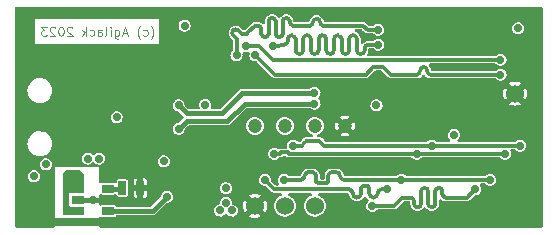
<source format=gbr>
%TF.GenerationSoftware,KiCad,Pcbnew,6.0.0*%
%TF.CreationDate,2023-02-11T22:57:16+01:00*%
%TF.ProjectId,cowstick-ums,636f7773-7469-4636-9b2d-756d732e6b69,1*%
%TF.SameCoordinates,Original*%
%TF.FileFunction,Copper,L4,Bot*%
%TF.FilePolarity,Positive*%
%FSLAX46Y46*%
G04 Gerber Fmt 4.6, Leading zero omitted, Abs format (unit mm)*
G04 Created by KiCad (PCBNEW 6.0.0) date 2023-02-11 22:57:16*
%MOMM*%
%LPD*%
G01*
G04 APERTURE LIST*
%ADD10C,0.101600*%
%TA.AperFunction,NonConductor*%
%ADD11C,0.101600*%
%TD*%
%TA.AperFunction,ComponentPad*%
%ADD12C,1.524000*%
%TD*%
%TA.AperFunction,SMDPad,CuDef*%
%ADD13C,1.198880*%
%TD*%
%TA.AperFunction,SMDPad,CuDef*%
%ADD14R,0.635000X1.143000*%
%TD*%
%TA.AperFunction,SMDPad,CuDef*%
%ADD15R,1.000760X0.701040*%
%TD*%
%TA.AperFunction,ViaPad*%
%ADD16C,0.711200*%
%TD*%
%TA.AperFunction,Conductor*%
%ADD17C,0.406400*%
%TD*%
%TA.AperFunction,Conductor*%
%ADD18C,0.711200*%
%TD*%
%TA.AperFunction,Conductor*%
%ADD19C,0.304800*%
%TD*%
G04 APERTURE END LIST*
D10*
D11*
X137619428Y-98405000D02*
X137655714Y-98368714D01*
X137728285Y-98259857D01*
X137764571Y-98187285D01*
X137800857Y-98078428D01*
X137837142Y-97897000D01*
X137837142Y-97751857D01*
X137800857Y-97570428D01*
X137764571Y-97461571D01*
X137728285Y-97389000D01*
X137655714Y-97280142D01*
X137619428Y-97243857D01*
X137002571Y-98078428D02*
X137075142Y-98114714D01*
X137220285Y-98114714D01*
X137292857Y-98078428D01*
X137329142Y-98042142D01*
X137365428Y-97969571D01*
X137365428Y-97751857D01*
X137329142Y-97679285D01*
X137292857Y-97643000D01*
X137220285Y-97606714D01*
X137075142Y-97606714D01*
X137002571Y-97643000D01*
X136748571Y-98405000D02*
X136712285Y-98368714D01*
X136639714Y-98259857D01*
X136603428Y-98187285D01*
X136567142Y-98078428D01*
X136530857Y-97897000D01*
X136530857Y-97751857D01*
X136567142Y-97570428D01*
X136603428Y-97461571D01*
X136639714Y-97389000D01*
X136712285Y-97280142D01*
X136748571Y-97243857D01*
X135623714Y-97897000D02*
X135260857Y-97897000D01*
X135696285Y-98114714D02*
X135442285Y-97352714D01*
X135188285Y-98114714D01*
X134607714Y-97606714D02*
X134607714Y-98223571D01*
X134644000Y-98296142D01*
X134680285Y-98332428D01*
X134752857Y-98368714D01*
X134861714Y-98368714D01*
X134934285Y-98332428D01*
X134607714Y-98078428D02*
X134680285Y-98114714D01*
X134825428Y-98114714D01*
X134898000Y-98078428D01*
X134934285Y-98042142D01*
X134970571Y-97969571D01*
X134970571Y-97751857D01*
X134934285Y-97679285D01*
X134898000Y-97643000D01*
X134825428Y-97606714D01*
X134680285Y-97606714D01*
X134607714Y-97643000D01*
X134244857Y-98114714D02*
X134244857Y-97606714D01*
X134244857Y-97352714D02*
X134281142Y-97389000D01*
X134244857Y-97425285D01*
X134208571Y-97389000D01*
X134244857Y-97352714D01*
X134244857Y-97425285D01*
X133773142Y-98114714D02*
X133845714Y-98078428D01*
X133882000Y-98005857D01*
X133882000Y-97352714D01*
X133156285Y-98114714D02*
X133156285Y-97715571D01*
X133192571Y-97643000D01*
X133265142Y-97606714D01*
X133410285Y-97606714D01*
X133482857Y-97643000D01*
X133156285Y-98078428D02*
X133228857Y-98114714D01*
X133410285Y-98114714D01*
X133482857Y-98078428D01*
X133519142Y-98005857D01*
X133519142Y-97933285D01*
X133482857Y-97860714D01*
X133410285Y-97824428D01*
X133228857Y-97824428D01*
X133156285Y-97788142D01*
X132466857Y-98078428D02*
X132539428Y-98114714D01*
X132684571Y-98114714D01*
X132757142Y-98078428D01*
X132793428Y-98042142D01*
X132829714Y-97969571D01*
X132829714Y-97751857D01*
X132793428Y-97679285D01*
X132757142Y-97643000D01*
X132684571Y-97606714D01*
X132539428Y-97606714D01*
X132466857Y-97643000D01*
X132140285Y-98114714D02*
X132140285Y-97352714D01*
X132067714Y-97824428D02*
X131850000Y-98114714D01*
X131850000Y-97606714D02*
X132140285Y-97897000D01*
X130979142Y-97425285D02*
X130942857Y-97389000D01*
X130870285Y-97352714D01*
X130688857Y-97352714D01*
X130616285Y-97389000D01*
X130580000Y-97425285D01*
X130543714Y-97497857D01*
X130543714Y-97570428D01*
X130580000Y-97679285D01*
X131015428Y-98114714D01*
X130543714Y-98114714D01*
X130072000Y-97352714D02*
X129999428Y-97352714D01*
X129926857Y-97389000D01*
X129890571Y-97425285D01*
X129854285Y-97497857D01*
X129818000Y-97643000D01*
X129818000Y-97824428D01*
X129854285Y-97969571D01*
X129890571Y-98042142D01*
X129926857Y-98078428D01*
X129999428Y-98114714D01*
X130072000Y-98114714D01*
X130144571Y-98078428D01*
X130180857Y-98042142D01*
X130217142Y-97969571D01*
X130253428Y-97824428D01*
X130253428Y-97643000D01*
X130217142Y-97497857D01*
X130180857Y-97425285D01*
X130144571Y-97389000D01*
X130072000Y-97352714D01*
X129527714Y-97425285D02*
X129491428Y-97389000D01*
X129418857Y-97352714D01*
X129237428Y-97352714D01*
X129164857Y-97389000D01*
X129128571Y-97425285D01*
X129092285Y-97497857D01*
X129092285Y-97570428D01*
X129128571Y-97679285D01*
X129564000Y-98114714D01*
X129092285Y-98114714D01*
X128838285Y-97352714D02*
X128366571Y-97352714D01*
X128620571Y-97643000D01*
X128511714Y-97643000D01*
X128439142Y-97679285D01*
X128402857Y-97715571D01*
X128366571Y-97788142D01*
X128366571Y-97969571D01*
X128402857Y-98042142D01*
X128439142Y-98078428D01*
X128511714Y-98114714D01*
X128729428Y-98114714D01*
X128802000Y-98078428D01*
X128838285Y-98042142D01*
D12*
%TO.P,TP9,1,1*%
%TO.N,GND*%
X168500000Y-103000000D03*
%TD*%
%TO.P,TP8,1,1*%
%TO.N,UART_RX*%
X151540000Y-112500000D03*
%TD*%
%TO.P,TP6,1,1*%
%TO.N,GND*%
X146460000Y-112500000D03*
%TD*%
%TO.P,TP7,1,1*%
%TO.N,UART_TX*%
X149000000Y-112500000D03*
%TD*%
D13*
%TO.P,TP5,1,1*%
%TO.N,SWD_IO*%
X151540000Y-105750000D03*
%TD*%
D14*
%TO.P,C90,1*%
%TO.N,Net-(C90-Pad1)*%
X135238000Y-111000000D03*
%TO.P,C90,2*%
%TO.N,GND*%
X136762000Y-111000000D03*
%TD*%
D13*
%TO.P,TP2,1,1*%
%TO.N,GND*%
X154080000Y-105750000D03*
%TD*%
%TO.P,TP4,1,1*%
%TO.N,SWD_CLK*%
X149000000Y-105750000D03*
%TD*%
D15*
%TO.P,U90,1,Vin*%
%TO.N,+VBus*%
X131480000Y-112952500D03*
%TO.P,U90,2*%
%TO.N,GND*%
X131480000Y-112000000D03*
%TO.P,U90,3,EN*%
%TO.N,+VBus*%
X131480000Y-111047500D03*
%TO.P,U90,4,BYP*%
%TO.N,Net-(C90-Pad1)*%
X134020000Y-111047500D03*
%TO.P,U90,5,VOut*%
%TO.N,+3.3V*%
X134020000Y-112952500D03*
%TD*%
D13*
%TO.P,TP3,1,1*%
%TO.N,RST*%
X146460000Y-105750000D03*
%TD*%
D16*
%TO.N,+VBus*%
X132300000Y-108500000D03*
X128750000Y-109000000D03*
X130600000Y-110000000D03*
X134750000Y-105000000D03*
X131480000Y-110000000D03*
X133250000Y-108500000D03*
X127750000Y-110000000D03*
%TO.N,GND*%
X170400000Y-102000000D03*
X144000000Y-101100000D03*
X132300000Y-105000000D03*
X132300000Y-103250000D03*
X160000000Y-104000000D03*
X162500000Y-113900000D03*
X126600000Y-113900000D03*
X164500000Y-113900000D03*
X140000000Y-109750000D03*
X168500000Y-96100000D03*
X148500000Y-113900000D03*
X132750000Y-112000000D03*
X170400000Y-112000000D03*
X138500000Y-96100000D03*
X150500000Y-113900000D03*
X170400000Y-96100000D03*
X128500000Y-113900000D03*
X132500000Y-96100000D03*
X170400000Y-110000000D03*
X154500000Y-113900000D03*
X170400000Y-98000000D03*
X138800000Y-113900000D03*
X170400000Y-113900000D03*
X160500000Y-113900000D03*
X170400000Y-100000000D03*
X168750000Y-99000000D03*
X144500000Y-96100000D03*
X132300000Y-107000000D03*
X126600000Y-98000000D03*
X136500000Y-113900000D03*
X141500000Y-106250000D03*
X142500000Y-96100000D03*
X129150000Y-101500000D03*
X128250000Y-105000000D03*
X170400000Y-106000000D03*
X129150000Y-100000000D03*
X141000000Y-113900000D03*
X130600000Y-100000000D03*
X140500000Y-96100000D03*
X126600000Y-112000000D03*
X162100000Y-104000000D03*
X146500000Y-113900000D03*
X130500000Y-96100000D03*
X136500000Y-96100000D03*
X152500000Y-113900000D03*
X162500000Y-96100000D03*
X156500000Y-96100000D03*
X156900000Y-101400000D03*
X158500000Y-113900000D03*
X130500000Y-113900000D03*
X134500000Y-113900000D03*
X154500000Y-96100000D03*
X156500000Y-113900000D03*
X164500000Y-96100000D03*
X142000000Y-109750000D03*
X146500000Y-96100000D03*
X134500000Y-96100000D03*
X144750000Y-113900000D03*
X126600000Y-110000000D03*
X152500000Y-96100000D03*
X126600000Y-104000000D03*
X138500000Y-101100000D03*
X158500000Y-96100000D03*
X126600000Y-96100000D03*
X148500000Y-96100000D03*
X166500000Y-113900000D03*
X166500000Y-96100000D03*
X168500000Y-113900000D03*
X126600000Y-100000000D03*
X170400000Y-104000000D03*
X170400000Y-108000000D03*
X150500000Y-96100000D03*
X132500000Y-113900000D03*
X128500000Y-96100000D03*
X126600000Y-106000000D03*
X143000000Y-113900000D03*
X126600000Y-108000000D03*
X145300000Y-105400000D03*
X137750000Y-111000000D03*
X126600000Y-102000000D03*
X160500000Y-96100000D03*
%TO.N,+3.3V*%
X144000000Y-112250000D03*
X138750000Y-108750000D03*
X139000000Y-111750000D03*
X140500000Y-97250000D03*
X163300000Y-106500000D03*
X142250000Y-103961100D03*
X144500000Y-112900000D03*
X143500000Y-112900000D03*
X144000000Y-111000000D03*
X168750000Y-97470000D03*
X156750000Y-104000000D03*
%TO.N,SPI2_CS*%
X144900000Y-99750000D03*
X156900000Y-97600000D03*
%TO.N,SWD_CLK*%
X149000000Y-105750000D03*
%TO.N,SWD_IO*%
X151540000Y-105750000D03*
%TO.N,SPI2_MISO*%
X148000000Y-99000000D03*
X156900000Y-98860000D03*
%TO.N,SPI2_MOSI*%
X146500000Y-99750000D03*
X167250000Y-101400000D03*
%TO.N,SPI2_SCK*%
X167250000Y-100140000D03*
X145700000Y-99000000D03*
%TO.N,USB_DM*%
X140000000Y-106000000D03*
X151500000Y-103850000D03*
%TO.N,USB_DP*%
X140000000Y-104000000D03*
X151500000Y-102950000D03*
%TO.N,RST*%
X146460000Y-105750000D03*
%TO.N,SPI1_CS1*%
X147300000Y-110300000D03*
X157600000Y-111100000D03*
%TO.N,SPI1_SCK*%
X148100000Y-108100000D03*
X160140000Y-108100000D03*
X167640000Y-108100000D03*
%TO.N,SPI1_MISO*%
X158860000Y-110300000D03*
X148900000Y-110300000D03*
X166370000Y-110300000D03*
%TO.N,SPI1_MOSI*%
X168900000Y-107400000D03*
X149700000Y-107400000D03*
X161410000Y-107400000D03*
%TO.N,SPI1_CS2*%
X165100000Y-111100000D03*
X156390000Y-112510000D03*
%TD*%
D17*
%TO.N,+VBus*%
X131480000Y-111047500D02*
X131480000Y-110000000D01*
X130600000Y-110000000D02*
X131480000Y-110000000D01*
%TO.N,GND*%
X140000000Y-109750000D02*
X140000000Y-112700000D01*
X132750000Y-112000000D02*
X137290000Y-112000000D01*
D18*
X128500000Y-113900000D02*
X130500000Y-113900000D01*
X132500000Y-113900000D02*
X134500000Y-113900000D01*
D19*
X155290000Y-104540000D02*
X154080000Y-105750000D01*
D17*
X136762000Y-111000000D02*
X137750000Y-111000000D01*
X140000000Y-112700000D02*
X138800000Y-113900000D01*
X137290000Y-112000000D02*
X137750000Y-111540000D01*
D19*
X146090000Y-104610000D02*
X152940000Y-104610000D01*
X152940000Y-104610000D02*
X154080000Y-105750000D01*
D17*
X131480000Y-112000000D02*
X132750000Y-112000000D01*
D19*
X156900000Y-101400000D02*
X155290000Y-103010000D01*
X144000000Y-101100000D02*
X138500000Y-101100000D01*
D17*
X137750000Y-111540000D02*
X137750000Y-111000000D01*
D19*
X145300000Y-105400000D02*
X146090000Y-104610000D01*
D18*
X130500000Y-113900000D02*
X132500000Y-113900000D01*
D19*
X155290000Y-103010000D02*
X155290000Y-104540000D01*
D17*
%TO.N,+3.3V*%
X139000000Y-111750000D02*
X137797500Y-112952500D01*
X137797500Y-112952500D02*
X134020000Y-112952500D01*
%TO.N,Net-(C90-Pad1)*%
X134020000Y-111047500D02*
X135190500Y-111047500D01*
X135190500Y-111047500D02*
X135238000Y-111000000D01*
D19*
%TO.N,SPI2_CS*%
X150449877Y-97240000D02*
X151090000Y-97240000D01*
X148210000Y-96890000D02*
X148210000Y-97240000D01*
X147010000Y-97540000D02*
X147010000Y-97940000D01*
X145748531Y-97921472D02*
X145748530Y-97921471D01*
X148810000Y-97240000D02*
X148810000Y-96890000D01*
X146430000Y-97240000D02*
X146710000Y-97240000D01*
X145748530Y-97921471D02*
X145854595Y-97815405D01*
X152261774Y-97240000D02*
X152290000Y-97240000D01*
X147610000Y-97940000D02*
X147610000Y-97540000D01*
X148810000Y-97940000D02*
X148810000Y-97240000D01*
X149710000Y-97240000D02*
X150449877Y-97240000D01*
X147610000Y-97540000D02*
X147610000Y-96890000D01*
X144900000Y-99750000D02*
X144900000Y-98770000D01*
X145041424Y-97638630D02*
X145041424Y-97638629D01*
X145854595Y-97815405D02*
X146430000Y-97240000D01*
X151661774Y-96668226D02*
X151690000Y-96668226D01*
X145041424Y-97638629D02*
X145324267Y-97921472D01*
X155630000Y-97240000D02*
X155990000Y-97600000D01*
X152290000Y-97240000D02*
X155630000Y-97240000D01*
X148210000Y-97240000D02*
X148210000Y-97940000D01*
X149410000Y-96890000D02*
X149410000Y-96940000D01*
X144900000Y-98345736D02*
X144617158Y-98062894D01*
X155990000Y-97600000D02*
X156900000Y-97600000D01*
X147910000Y-96590000D02*
G75*
G03*
X147610000Y-96890000I0J-300000D01*
G01*
X144617159Y-97638631D02*
G75*
G03*
X144617159Y-98062893I212131J-212131D01*
G01*
X151975887Y-96954113D02*
G75*
G03*
X151690000Y-96668226I-285886J1D01*
G01*
X152261774Y-97240000D02*
G75*
G02*
X151975887Y-96954113I-1J285886D01*
G01*
X145748530Y-97921471D02*
G75*
G02*
X145324268Y-97921471I-212131J212131D01*
G01*
X149710000Y-97240000D02*
G75*
G02*
X149410000Y-96940000I0J300000D01*
G01*
X148210000Y-96890000D02*
G75*
G03*
X147910000Y-96590000I-300000J0D01*
G01*
X145041423Y-97638631D02*
G75*
G03*
X144617159Y-97638631I-212132J-212130D01*
G01*
X151375887Y-96954113D02*
G75*
G02*
X151090000Y-97240000I-285886J-1D01*
G01*
X147610000Y-97940000D02*
G75*
G02*
X147310000Y-98240000I-300000J0D01*
G01*
X149110000Y-96590000D02*
G75*
G03*
X148810000Y-96890000I0J-300000D01*
G01*
X148510000Y-98240000D02*
G75*
G02*
X148210000Y-97940000I0J300000D01*
G01*
X147310000Y-98240000D02*
G75*
G02*
X147010000Y-97940000I0J300000D01*
G01*
X144899999Y-98345737D02*
G75*
G02*
X144899999Y-98769999I-212131J-212131D01*
G01*
X151661774Y-96668226D02*
G75*
G03*
X151375887Y-96954113I-1J-285886D01*
G01*
X148810000Y-97940000D02*
G75*
G02*
X148510000Y-98240000I-300000J0D01*
G01*
X147010000Y-97540000D02*
G75*
G03*
X146710000Y-97240000I-300000J0D01*
G01*
X149410000Y-96890000D02*
G75*
G03*
X149110000Y-96590000I-300000J0D01*
G01*
%TO.N,SPI2_MISO*%
X149245000Y-98535000D02*
X149245000Y-98386060D01*
X156070000Y-98860000D02*
X156757522Y-98860000D01*
X151195000Y-98386060D02*
X151195000Y-98860000D01*
X151845000Y-99333940D02*
X151845000Y-98860000D01*
X153145000Y-99333940D02*
X153145000Y-98860000D01*
X155745000Y-99333940D02*
X155745000Y-99185000D01*
X152495000Y-98386060D02*
X152495000Y-98860000D01*
X155095000Y-98386060D02*
X155095000Y-98860000D01*
X149895000Y-98535000D02*
X149895000Y-99333940D01*
X149895000Y-98386060D02*
X149895000Y-98535000D01*
X153795000Y-98860000D02*
X153795000Y-99333940D01*
X154445000Y-99333940D02*
X154445000Y-98860000D01*
X151845000Y-98860000D02*
X151845000Y-98386060D01*
X148650000Y-98860000D02*
X148920000Y-98860000D01*
X153795000Y-98386060D02*
X153795000Y-98860000D01*
X153145000Y-98860000D02*
X153145000Y-98386060D01*
X148000000Y-99000000D02*
X148510000Y-99000000D01*
X156757522Y-98860000D02*
X156900000Y-98860000D01*
X154445000Y-98860000D02*
X154445000Y-98386060D01*
X152495000Y-98860000D02*
X152495000Y-99333940D01*
X151195000Y-98860000D02*
X151195000Y-99333940D01*
X150545000Y-98860000D02*
X150545000Y-98386060D01*
X148510000Y-99000000D02*
X148650000Y-98860000D01*
X155095000Y-98860000D02*
X155095000Y-99333940D01*
X150545000Y-99333940D02*
X150545000Y-98860000D01*
X149570000Y-98061060D02*
G75*
G03*
X149245000Y-98386060I-1J-324999D01*
G01*
X154445000Y-99333940D02*
G75*
G02*
X154120000Y-99658940I-324999J-1D01*
G01*
X152495000Y-98386060D02*
G75*
G03*
X152170000Y-98061060I-324999J1D01*
G01*
X154770000Y-98061060D02*
G75*
G03*
X154445000Y-98386060I-1J-324999D01*
G01*
X151845000Y-99333940D02*
G75*
G02*
X151520000Y-99658940I-324999J-1D01*
G01*
X153795000Y-98386060D02*
G75*
G03*
X153470000Y-98061060I-324999J1D01*
G01*
X150870000Y-98061060D02*
G75*
G03*
X150545000Y-98386060I-1J-324999D01*
G01*
X152170000Y-98061060D02*
G75*
G03*
X151845000Y-98386060I-1J-324999D01*
G01*
X156070000Y-98860000D02*
G75*
G03*
X155745000Y-99185000I-1J-324999D01*
G01*
X149895000Y-98386060D02*
G75*
G03*
X149570000Y-98061060I-324999J1D01*
G01*
X151195000Y-98386060D02*
G75*
G03*
X150870000Y-98061060I-324999J1D01*
G01*
X155745000Y-99333940D02*
G75*
G02*
X155420000Y-99658940I-324999J-1D01*
G01*
X153145000Y-99333940D02*
G75*
G02*
X152820000Y-99658940I-324999J-1D01*
G01*
X155095000Y-98386060D02*
G75*
G03*
X154770000Y-98061060I-324999J1D01*
G01*
X154120000Y-99658940D02*
G75*
G02*
X153795000Y-99333940I-1J324999D01*
G01*
X150220000Y-99658940D02*
G75*
G02*
X149895000Y-99333940I-1J324999D01*
G01*
X150545000Y-99333940D02*
G75*
G02*
X150220000Y-99658940I-324999J-1D01*
G01*
X153470000Y-98061060D02*
G75*
G03*
X153145000Y-98386060I-1J-324999D01*
G01*
X152820000Y-99658940D02*
G75*
G02*
X152495000Y-99333940I-1J324999D01*
G01*
X149245000Y-98535000D02*
G75*
G02*
X148920000Y-98860000I-324999J-1D01*
G01*
X155420000Y-99658940D02*
G75*
G02*
X155095000Y-99333940I-1J324999D01*
G01*
X151520000Y-99658940D02*
G75*
G02*
X151195000Y-99333940I-1J324999D01*
G01*
%TO.N,SPI2_MOSI*%
X160440000Y-101100000D02*
X160440000Y-101053581D01*
X146500000Y-99750000D02*
X148150000Y-101400000D01*
X161390000Y-101400000D02*
X167250000Y-101400000D01*
X156489911Y-100740089D02*
X157300089Y-100740089D01*
X155830000Y-101400000D02*
X156489911Y-100740089D01*
X161040000Y-101053581D02*
X161040000Y-101100000D01*
X157300089Y-100740089D02*
X157960000Y-101400000D01*
X148150000Y-101400000D02*
X155830000Y-101400000D01*
X157960000Y-101400000D02*
X160140000Y-101400000D01*
X161340000Y-101400000D02*
X161390000Y-101400000D01*
X161040000Y-101053581D02*
G75*
G03*
X160740000Y-100753581I-300000J0D01*
G01*
X161340000Y-101400000D02*
G75*
G02*
X161040000Y-101100000I0J300000D01*
G01*
X160740000Y-100753581D02*
G75*
G03*
X160440000Y-101053581I0J-300000D01*
G01*
X160440000Y-101100000D02*
G75*
G02*
X160140000Y-101400000I-300000J0D01*
G01*
%TO.N,SPI2_SCK*%
X147960000Y-100140000D02*
X167250000Y-100140000D01*
X145700000Y-99000000D02*
X146820000Y-99000000D01*
X146820000Y-99000000D02*
X147960000Y-100140000D01*
D17*
%TO.N,USB_DM*%
X144101800Y-105328200D02*
X145580000Y-103850000D01*
X140000000Y-106000000D02*
X140671800Y-105328200D01*
X145580000Y-103850000D02*
X151500000Y-103850000D01*
X140671800Y-105328200D02*
X144101800Y-105328200D01*
%TO.N,USB_DP*%
X143668200Y-104671800D02*
X145390000Y-102950000D01*
X140671800Y-104671800D02*
X143668200Y-104671800D01*
X145390000Y-102950000D02*
X151500000Y-102950000D01*
X140000000Y-104000000D02*
X140671800Y-104671800D01*
D19*
%TO.N,SPI1_CS1*%
X157600000Y-111100000D02*
X157190000Y-111100000D01*
X156140000Y-111459443D02*
X156140000Y-111450000D01*
X155440000Y-111100000D02*
X155440000Y-111459443D01*
X154740000Y-111459443D02*
X154740000Y-111450000D01*
X153547790Y-111100000D02*
X148100000Y-111100000D01*
X155440000Y-110970278D02*
X155440000Y-111100000D01*
X156010279Y-110840557D02*
X155569721Y-110840557D01*
X156140000Y-111450000D02*
X156140000Y-110970278D01*
X156840000Y-111450000D02*
X156840000Y-111459443D01*
X148100000Y-111100000D02*
X147300000Y-110300000D01*
X154390000Y-111100000D02*
X153547790Y-111100000D01*
X154390000Y-111100000D02*
G75*
G02*
X154740000Y-111450000I-1J-350001D01*
G01*
X155440000Y-110970278D02*
G75*
G02*
X155569721Y-110840557I129720J1D01*
G01*
X154740000Y-111459443D02*
G75*
G03*
X155090000Y-111809443I350001J1D01*
G01*
X156010279Y-110840557D02*
G75*
G02*
X156140000Y-110970278I1J-129720D01*
G01*
X156140000Y-111459443D02*
G75*
G03*
X156490000Y-111809443I350001J1D01*
G01*
X156490000Y-111809443D02*
G75*
G03*
X156840000Y-111459443I-1J350001D01*
G01*
X156840000Y-111450000D02*
G75*
G02*
X157190000Y-111100000I350001J-1D01*
G01*
X155090000Y-111809443D02*
G75*
G03*
X155440000Y-111459443I-1J350001D01*
G01*
%TO.N,SPI1_SCK*%
X148703346Y-107976653D02*
X149237200Y-107976653D01*
X149894400Y-108100000D02*
X160140000Y-108100000D01*
X148641673Y-108038327D02*
X148641673Y-108038326D01*
X160140000Y-108100000D02*
X167640000Y-108100000D01*
X149298873Y-108038326D02*
X149298873Y-108038327D01*
X149360546Y-108100000D02*
X149894400Y-108100000D01*
X148100000Y-108100000D02*
X148580000Y-108100000D01*
X149298873Y-108038326D02*
G75*
G03*
X149237200Y-107976653I-61674J-1D01*
G01*
X149360546Y-108100000D02*
G75*
G02*
X149298873Y-108038327I1J61674D01*
G01*
X148641673Y-108038327D02*
G75*
G02*
X148580000Y-108100000I-61674J1D01*
G01*
X148703346Y-107976653D02*
G75*
G03*
X148641673Y-108038326I1J-61674D01*
G01*
%TO.N,SPI1_MISO*%
X148900000Y-110300000D02*
X150340000Y-110300000D01*
X151665000Y-110300000D02*
X151665000Y-110446970D01*
X151811970Y-110593940D02*
X152518030Y-110593940D01*
X151661970Y-110300000D02*
X151665000Y-110300000D01*
X151661970Y-109978030D02*
X151661970Y-110300000D01*
X158860000Y-110300000D02*
X166370000Y-110300000D01*
X152665000Y-110446970D02*
X152665000Y-110300000D01*
X150983940Y-109656060D02*
X151340000Y-109656060D01*
X155421652Y-110300000D02*
X158860000Y-110300000D01*
X153986970Y-110300000D02*
X155421652Y-110300000D01*
X152986970Y-109656060D02*
X153343030Y-109656060D01*
X152665000Y-110300000D02*
X152665000Y-109978030D01*
X152665000Y-110446970D02*
G75*
G02*
X152518030Y-110593940I-146972J2D01*
G01*
X150983940Y-109656060D02*
G75*
G03*
X150661970Y-109978030I1J-321971D01*
G01*
X153986970Y-110300000D02*
G75*
G02*
X153665000Y-109978030I1J321971D01*
G01*
X151811970Y-110593940D02*
G75*
G02*
X151665000Y-110446970I2J146972D01*
G01*
X151661970Y-109978030D02*
G75*
G03*
X151340000Y-109656060I-321971J-1D01*
G01*
X153665000Y-109978030D02*
G75*
G03*
X153343030Y-109656060I-321971J-1D01*
G01*
X150661970Y-109978030D02*
G75*
G02*
X150340000Y-110300000I-321971J1D01*
G01*
X152986970Y-109656060D02*
G75*
G03*
X152665000Y-109978030I1J-321971D01*
G01*
%TO.N,SPI1_MOSI*%
X161410000Y-107400000D02*
X168900000Y-107400000D01*
X150825648Y-107004351D02*
X151880000Y-107004351D01*
X152077824Y-107202175D02*
X152077824Y-107202176D01*
X150627824Y-107202176D02*
X150627824Y-107202175D01*
X149700000Y-107400000D02*
X150430000Y-107400000D01*
X152275648Y-107400000D02*
X153330000Y-107400000D01*
X153330000Y-107400000D02*
X161410000Y-107400000D01*
X150825648Y-107004351D02*
G75*
G03*
X150627824Y-107202175I-1J-197823D01*
G01*
X150627824Y-107202176D02*
G75*
G02*
X150430000Y-107400000I-197823J-1D01*
G01*
X152275648Y-107400000D02*
G75*
G02*
X152077824Y-107202176I-1J197823D01*
G01*
X152077824Y-107202175D02*
G75*
G03*
X151880000Y-107004351I-197823J1D01*
G01*
%TO.N,SPI1_CS2*%
X162330000Y-111281538D02*
X162330000Y-111510000D01*
X161130000Y-111810000D02*
X161130000Y-112338462D01*
X162630000Y-111810000D02*
X163565316Y-111810000D01*
X163565316Y-111810000D02*
X164390000Y-111810000D01*
X156390000Y-112510000D02*
X158230000Y-112510000D01*
X160530000Y-112110000D02*
X160530000Y-111281538D01*
X158930000Y-111810000D02*
X159630000Y-111810000D01*
X158230000Y-112510000D02*
X158930000Y-111810000D01*
X161730000Y-111810000D02*
X161730000Y-111281538D01*
X164390000Y-111810000D02*
X165100000Y-111100000D01*
X159930000Y-112110000D02*
X159930000Y-112338462D01*
X161130000Y-111281538D02*
X161130000Y-111810000D01*
X161730000Y-112338462D02*
X161730000Y-111810000D01*
X160530000Y-112338462D02*
X160530000Y-112110000D01*
X162330000Y-111281538D02*
G75*
G03*
X162030000Y-110981538I-300000J0D01*
G01*
X160830000Y-110981538D02*
G75*
G03*
X160530000Y-111281538I0J-300000D01*
G01*
X162630000Y-111810000D02*
G75*
G02*
X162330000Y-111510000I0J300000D01*
G01*
X160530000Y-112338462D02*
G75*
G02*
X160230000Y-112638462I-300000J0D01*
G01*
X161130000Y-111281538D02*
G75*
G03*
X160830000Y-110981538I-300000J0D01*
G01*
X162030000Y-110981538D02*
G75*
G03*
X161730000Y-111281538I0J-300000D01*
G01*
X161430000Y-112638462D02*
G75*
G02*
X161130000Y-112338462I0J300000D01*
G01*
X159930000Y-112110000D02*
G75*
G03*
X159630000Y-111810000I-300000J0D01*
G01*
X160230000Y-112638462D02*
G75*
G02*
X159930000Y-112338462I0J300000D01*
G01*
X161730000Y-112338462D02*
G75*
G02*
X161430000Y-112638462I-300000J0D01*
G01*
%TD*%
%TA.AperFunction,Conductor*%
%TO.N,GND*%
G36*
X170789721Y-95672402D02*
G01*
X170836214Y-95726058D01*
X170847600Y-95778400D01*
X170847600Y-114221600D01*
X170827598Y-114289721D01*
X170773942Y-114336214D01*
X170721600Y-114347600D01*
X133376000Y-114347600D01*
X133307879Y-114327598D01*
X133261386Y-114273942D01*
X133250000Y-114221600D01*
X133250000Y-113542485D01*
X133270002Y-113474364D01*
X133323658Y-113427871D01*
X133393932Y-113417767D01*
X133446004Y-113437721D01*
X133459962Y-113447048D01*
X133472129Y-113449468D01*
X133472131Y-113449469D01*
X133490363Y-113453095D01*
X133504563Y-113455920D01*
X134019916Y-113455920D01*
X134535436Y-113455919D01*
X134552090Y-113452607D01*
X134567863Y-113449470D01*
X134567865Y-113449469D01*
X134580038Y-113447048D01*
X134630614Y-113413254D01*
X134663125Y-113364598D01*
X134717602Y-113319070D01*
X134767890Y-113308600D01*
X137746072Y-113308600D01*
X137766121Y-113310734D01*
X137770311Y-113310932D01*
X137780493Y-113313124D01*
X137811340Y-113309473D01*
X137816715Y-113309156D01*
X137816704Y-113309028D01*
X137821882Y-113308600D01*
X137827084Y-113308600D01*
X137838419Y-113306713D01*
X137844743Y-113305661D01*
X137850615Y-113304826D01*
X137887874Y-113300416D01*
X137887881Y-113300414D01*
X137898222Y-113299190D01*
X137905968Y-113295470D01*
X137914442Y-113294060D01*
X137956609Y-113271308D01*
X137961896Y-113268615D01*
X137997942Y-113251305D01*
X137997945Y-113251303D01*
X138005090Y-113247872D01*
X138009100Y-113244501D01*
X138011038Y-113242563D01*
X138012689Y-113241048D01*
X138013099Y-113240827D01*
X138013137Y-113240869D01*
X138013320Y-113240708D01*
X138018774Y-113237765D01*
X138053019Y-113200719D01*
X138056449Y-113197152D01*
X138359877Y-112893724D01*
X142986309Y-112893724D01*
X142987473Y-112902626D01*
X142987473Y-112902629D01*
X142993468Y-112948472D01*
X143005195Y-113038152D01*
X143008809Y-113046365D01*
X143008810Y-113046369D01*
X143009237Y-113047339D01*
X143063859Y-113171474D01*
X143069634Y-113178344D01*
X143069635Y-113178346D01*
X143151803Y-113276097D01*
X143157583Y-113282973D01*
X143165060Y-113287950D01*
X143271361Y-113358710D01*
X143271363Y-113358711D01*
X143278834Y-113363684D01*
X143287401Y-113366361D01*
X143287402Y-113366361D01*
X143303777Y-113371477D01*
X143417864Y-113407121D01*
X143563498Y-113409790D01*
X143667010Y-113381569D01*
X143695363Y-113373839D01*
X143695364Y-113373839D01*
X143704026Y-113371477D01*
X143712359Y-113366361D01*
X143799064Y-113313124D01*
X143828154Y-113295263D01*
X143907391Y-113207723D01*
X143967934Y-113170643D01*
X144038913Y-113172181D01*
X144097256Y-113211205D01*
X144147778Y-113271308D01*
X144157583Y-113282973D01*
X144165060Y-113287950D01*
X144271361Y-113358710D01*
X144271363Y-113358711D01*
X144278834Y-113363684D01*
X144287401Y-113366361D01*
X144287402Y-113366361D01*
X144303777Y-113371477D01*
X144417864Y-113407121D01*
X144563498Y-113409790D01*
X144667010Y-113381569D01*
X144691064Y-113375011D01*
X145949819Y-113375011D01*
X145954729Y-113381569D01*
X146045899Y-113432524D01*
X146057138Y-113437433D01*
X146234914Y-113495196D01*
X146246888Y-113497829D01*
X146432508Y-113519963D01*
X146444757Y-113520220D01*
X146631138Y-113505879D01*
X146643218Y-113503748D01*
X146823244Y-113453484D01*
X146834695Y-113449042D01*
X146961461Y-113385009D01*
X146971747Y-113375362D01*
X146969509Y-113368719D01*
X146472812Y-112872022D01*
X146458868Y-112864408D01*
X146457035Y-112864539D01*
X146450420Y-112868790D01*
X145956579Y-113362631D01*
X145949819Y-113375011D01*
X144691064Y-113375011D01*
X144695363Y-113373839D01*
X144695364Y-113373839D01*
X144704026Y-113371477D01*
X144712359Y-113366361D01*
X144799064Y-113313124D01*
X144828154Y-113295263D01*
X144834774Y-113287950D01*
X144919873Y-113193934D01*
X144919874Y-113193933D01*
X144925901Y-113187274D01*
X144933214Y-113172181D01*
X144985495Y-113064272D01*
X144985495Y-113064271D01*
X144989410Y-113056191D01*
X145010250Y-112932320D01*
X145012770Y-112917344D01*
X145012770Y-112917341D01*
X145013576Y-112912552D01*
X145013729Y-112900000D01*
X145000124Y-112805000D01*
X144994354Y-112764706D01*
X144994353Y-112764703D01*
X144993080Y-112755813D01*
X144989362Y-112747635D01*
X144936508Y-112631390D01*
X144936507Y-112631388D01*
X144932792Y-112623218D01*
X144837713Y-112512873D01*
X144805341Y-112491890D01*
X145439700Y-112491890D01*
X145455340Y-112678154D01*
X145457555Y-112690219D01*
X145509077Y-112869900D01*
X145513592Y-112881304D01*
X145575206Y-113001192D01*
X145584923Y-113011410D01*
X145591724Y-113009066D01*
X146087978Y-112512812D01*
X146094356Y-112501132D01*
X146824408Y-112501132D01*
X146824539Y-112502965D01*
X146828790Y-112509580D01*
X147322529Y-113003319D01*
X147334909Y-113010079D01*
X147341643Y-113005038D01*
X147389606Y-112920607D01*
X147394600Y-112909391D01*
X147453599Y-112732034D01*
X147456319Y-112720063D01*
X147480075Y-112532010D01*
X147480567Y-112524981D01*
X147480867Y-112503505D01*
X147480574Y-112496512D01*
X147462074Y-112307836D01*
X147459691Y-112295801D01*
X147405665Y-112116858D01*
X147400990Y-112105517D01*
X147344479Y-111999234D01*
X147334617Y-111989151D01*
X147327491Y-111991719D01*
X146832022Y-112487188D01*
X146824408Y-112501132D01*
X146094356Y-112501132D01*
X146095592Y-112498868D01*
X146095461Y-112497035D01*
X146091210Y-112490420D01*
X145597229Y-111996439D01*
X145584849Y-111989679D01*
X145578461Y-111994461D01*
X145524606Y-112092423D01*
X145519778Y-112103687D01*
X145463255Y-112281870D01*
X145460707Y-112293858D01*
X145439871Y-112479621D01*
X145439700Y-112491890D01*
X144805341Y-112491890D01*
X144715485Y-112433648D01*
X144698556Y-112428585D01*
X144602126Y-112399747D01*
X144542592Y-112361066D01*
X144513422Y-112296339D01*
X144512731Y-112267775D01*
X144512769Y-112267346D01*
X144513576Y-112262552D01*
X144513729Y-112250000D01*
X144499724Y-112152205D01*
X144494354Y-112114706D01*
X144494353Y-112114703D01*
X144493080Y-112105813D01*
X144486992Y-112092423D01*
X144436508Y-111981390D01*
X144436507Y-111981388D01*
X144432792Y-111973218D01*
X144337713Y-111862873D01*
X144215485Y-111783648D01*
X144086357Y-111745031D01*
X144026824Y-111706350D01*
X143997653Y-111641623D01*
X144000102Y-111625172D01*
X145948890Y-111625172D01*
X145951345Y-111632135D01*
X146447188Y-112127978D01*
X146461132Y-112135592D01*
X146462965Y-112135461D01*
X146469580Y-112131210D01*
X146963737Y-111637053D01*
X146970497Y-111624673D01*
X146965838Y-111618450D01*
X146861039Y-111561785D01*
X146849734Y-111557033D01*
X146671169Y-111501758D01*
X146659158Y-111499292D01*
X146473255Y-111479753D01*
X146460987Y-111479668D01*
X146274838Y-111496608D01*
X146262791Y-111498906D01*
X146083470Y-111551683D01*
X146072093Y-111556280D01*
X145959039Y-111615383D01*
X145948890Y-111625172D01*
X144000102Y-111625172D01*
X144008108Y-111571400D01*
X144054869Y-111517977D01*
X144089316Y-111502751D01*
X144092727Y-111501821D01*
X144204026Y-111471477D01*
X144212266Y-111466418D01*
X144298940Y-111413200D01*
X144328154Y-111395263D01*
X144334774Y-111387950D01*
X144419873Y-111293934D01*
X144419874Y-111293933D01*
X144425901Y-111287274D01*
X144430298Y-111278200D01*
X144485495Y-111164272D01*
X144485495Y-111164271D01*
X144489410Y-111156191D01*
X144505752Y-111059058D01*
X144512770Y-111017344D01*
X144512770Y-111017341D01*
X144513576Y-111012552D01*
X144513729Y-111000000D01*
X144505389Y-110941763D01*
X144494354Y-110864706D01*
X144494353Y-110864703D01*
X144493080Y-110855813D01*
X144488625Y-110846014D01*
X144436508Y-110731390D01*
X144436507Y-110731388D01*
X144432792Y-110723218D01*
X144337713Y-110612873D01*
X144215485Y-110533648D01*
X144075934Y-110491914D01*
X144066958Y-110491859D01*
X144066957Y-110491859D01*
X144005644Y-110491485D01*
X143930279Y-110491024D01*
X143790229Y-110531051D01*
X143782642Y-110535838D01*
X143782640Y-110535839D01*
X143740735Y-110562279D01*
X143667042Y-110608776D01*
X143570622Y-110717951D01*
X143566808Y-110726074D01*
X143566807Y-110726076D01*
X143521199Y-110823218D01*
X143508719Y-110849800D01*
X143507339Y-110858665D01*
X143507338Y-110858667D01*
X143491650Y-110959424D01*
X143486309Y-110993724D01*
X143487473Y-111002626D01*
X143487473Y-111002629D01*
X143492209Y-111038842D01*
X143505195Y-111138152D01*
X143508809Y-111146365D01*
X143508810Y-111146369D01*
X143534703Y-111205214D01*
X143563859Y-111271474D01*
X143569634Y-111278344D01*
X143569635Y-111278346D01*
X143606584Y-111322302D01*
X143657583Y-111382973D01*
X143665060Y-111387950D01*
X143771361Y-111458710D01*
X143771363Y-111458711D01*
X143778834Y-111463684D01*
X143787401Y-111466361D01*
X143787402Y-111466361D01*
X143912646Y-111505491D01*
X143971702Y-111544898D01*
X144000079Y-111609977D01*
X143988766Y-111680066D01*
X143941356Y-111732913D01*
X143909698Y-111746906D01*
X143790229Y-111781051D01*
X143782642Y-111785838D01*
X143782640Y-111785839D01*
X143734282Y-111816351D01*
X143667042Y-111858776D01*
X143661100Y-111865504D01*
X143652176Y-111875609D01*
X143570622Y-111967951D01*
X143566808Y-111976074D01*
X143566807Y-111976076D01*
X143520139Y-112075476D01*
X143508719Y-112099800D01*
X143507339Y-112108665D01*
X143507338Y-112108667D01*
X143489813Y-112221223D01*
X143486309Y-112243724D01*
X143487473Y-112252626D01*
X143487473Y-112252629D01*
X143488781Y-112262629D01*
X143477780Y-112332769D01*
X143430606Y-112385826D01*
X143398470Y-112400115D01*
X143353638Y-112412929D01*
X143290229Y-112431051D01*
X143282642Y-112435838D01*
X143282640Y-112435839D01*
X143236664Y-112464848D01*
X143167042Y-112508776D01*
X143070622Y-112617951D01*
X143066808Y-112626074D01*
X143066807Y-112626076D01*
X143022680Y-112720063D01*
X143008719Y-112749800D01*
X143007339Y-112758665D01*
X143007338Y-112758667D01*
X142988243Y-112881304D01*
X142986309Y-112893724D01*
X138359877Y-112893724D01*
X138957202Y-112296400D01*
X139019514Y-112262375D01*
X139048605Y-112259517D01*
X139063498Y-112259790D01*
X139133762Y-112240633D01*
X139195363Y-112223839D01*
X139195364Y-112223839D01*
X139204026Y-112221477D01*
X139231351Y-112204700D01*
X139291455Y-112167796D01*
X139328154Y-112145263D01*
X139335893Y-112136714D01*
X139419873Y-112043934D01*
X139419874Y-112043933D01*
X139425901Y-112037274D01*
X139435310Y-112017855D01*
X139485495Y-111914272D01*
X139485495Y-111914271D01*
X139489410Y-111906191D01*
X139513576Y-111762552D01*
X139513729Y-111750000D01*
X139500616Y-111658434D01*
X139494354Y-111614706D01*
X139494353Y-111614703D01*
X139493080Y-111605813D01*
X139489362Y-111597635D01*
X139436508Y-111481390D01*
X139436507Y-111481388D01*
X139432792Y-111473218D01*
X139337713Y-111362873D01*
X139215485Y-111283648D01*
X139075934Y-111241914D01*
X139066958Y-111241859D01*
X139066957Y-111241859D01*
X139005644Y-111241485D01*
X138930279Y-111241024D01*
X138790229Y-111281051D01*
X138782642Y-111285838D01*
X138782640Y-111285839D01*
X138764327Y-111297394D01*
X138667042Y-111358776D01*
X138570622Y-111467951D01*
X138566808Y-111476074D01*
X138566807Y-111476076D01*
X138513707Y-111589175D01*
X138508719Y-111599800D01*
X138507339Y-111608665D01*
X138507338Y-111608667D01*
X138489617Y-111722477D01*
X138459372Y-111786709D01*
X138454212Y-111792187D01*
X137686902Y-112559496D01*
X137624590Y-112593521D01*
X137597807Y-112596400D01*
X134767890Y-112596400D01*
X134699769Y-112576398D01*
X134663125Y-112540402D01*
X134637507Y-112502062D01*
X134630614Y-112491746D01*
X134612468Y-112479621D01*
X134590355Y-112464845D01*
X134590352Y-112464844D01*
X134580038Y-112457952D01*
X134567871Y-112455532D01*
X134567869Y-112455531D01*
X134549637Y-112451905D01*
X134535437Y-112449080D01*
X134020084Y-112449080D01*
X133504564Y-112449081D01*
X133487910Y-112452393D01*
X133472137Y-112455530D01*
X133472135Y-112455531D01*
X133459962Y-112457952D01*
X133449644Y-112464846D01*
X133449640Y-112464848D01*
X133446003Y-112467279D01*
X133378250Y-112488495D01*
X133309783Y-112469713D01*
X133262339Y-112416896D01*
X133250000Y-112362515D01*
X133250000Y-111637485D01*
X133270002Y-111569364D01*
X133323658Y-111522871D01*
X133393932Y-111512767D01*
X133446004Y-111532721D01*
X133459962Y-111542048D01*
X133472129Y-111544468D01*
X133472131Y-111544469D01*
X133490363Y-111548095D01*
X133504563Y-111550920D01*
X134019916Y-111550920D01*
X134535436Y-111550919D01*
X134552090Y-111547607D01*
X134567863Y-111544470D01*
X134567865Y-111544469D01*
X134580038Y-111542048D01*
X134590358Y-111535152D01*
X134601824Y-111530403D01*
X134603468Y-111534372D01*
X134648753Y-111520197D01*
X134717218Y-111538985D01*
X134764657Y-111591806D01*
X134772269Y-111614682D01*
X134774051Y-111618983D01*
X134776472Y-111631158D01*
X134783366Y-111641475D01*
X134783368Y-111641479D01*
X134785792Y-111645107D01*
X134810266Y-111681734D01*
X134820582Y-111688627D01*
X134850525Y-111708635D01*
X134850528Y-111708636D01*
X134860842Y-111715528D01*
X134873009Y-111717948D01*
X134873011Y-111717949D01*
X134891243Y-111721575D01*
X134905443Y-111724400D01*
X135237946Y-111724400D01*
X135570556Y-111724399D01*
X135587210Y-111721087D01*
X135602983Y-111717950D01*
X135602985Y-111717949D01*
X135615158Y-111715528D01*
X135637464Y-111700624D01*
X135655418Y-111688627D01*
X135665734Y-111681734D01*
X135674081Y-111669242D01*
X135692635Y-111641475D01*
X135692636Y-111641472D01*
X135699528Y-111631158D01*
X135702748Y-111614974D01*
X135707193Y-111592624D01*
X135707650Y-111590328D01*
X136190501Y-111590328D01*
X136191709Y-111602588D01*
X136202815Y-111658431D01*
X136212133Y-111680927D01*
X136254483Y-111744308D01*
X136271692Y-111761517D01*
X136335075Y-111803868D01*
X136357566Y-111813184D01*
X136413415Y-111824293D01*
X136425670Y-111825500D01*
X136489885Y-111825500D01*
X136505124Y-111821025D01*
X136506329Y-111819635D01*
X136508000Y-111811952D01*
X136508000Y-111807384D01*
X137016000Y-111807384D01*
X137020475Y-111822623D01*
X137021865Y-111823828D01*
X137029548Y-111825499D01*
X137098328Y-111825499D01*
X137110588Y-111824291D01*
X137166431Y-111813185D01*
X137188927Y-111803867D01*
X137252308Y-111761517D01*
X137269517Y-111744308D01*
X137311868Y-111680925D01*
X137321184Y-111658434D01*
X137332293Y-111602585D01*
X137333500Y-111590330D01*
X137333500Y-111272115D01*
X137329025Y-111256876D01*
X137327635Y-111255671D01*
X137319952Y-111254000D01*
X137034115Y-111254000D01*
X137018876Y-111258475D01*
X137017671Y-111259865D01*
X137016000Y-111267548D01*
X137016000Y-111807384D01*
X136508000Y-111807384D01*
X136508000Y-111272115D01*
X136503525Y-111256876D01*
X136502135Y-111255671D01*
X136494452Y-111254000D01*
X136208616Y-111254000D01*
X136193377Y-111258475D01*
X136192172Y-111259865D01*
X136190501Y-111267548D01*
X136190501Y-111590328D01*
X135707650Y-111590328D01*
X135708400Y-111586557D01*
X135708399Y-110727885D01*
X136190500Y-110727885D01*
X136194975Y-110743124D01*
X136196365Y-110744329D01*
X136204048Y-110746000D01*
X136489885Y-110746000D01*
X136505124Y-110741525D01*
X136506329Y-110740135D01*
X136508000Y-110732452D01*
X136508000Y-110727885D01*
X137016000Y-110727885D01*
X137020475Y-110743124D01*
X137021865Y-110744329D01*
X137029548Y-110746000D01*
X137315384Y-110746000D01*
X137330623Y-110741525D01*
X137331828Y-110740135D01*
X137333499Y-110732452D01*
X137333499Y-110409672D01*
X137332291Y-110397412D01*
X137321185Y-110341569D01*
X137311867Y-110319073D01*
X137294929Y-110293724D01*
X146786309Y-110293724D01*
X146787473Y-110302626D01*
X146787473Y-110302629D01*
X146796524Y-110371841D01*
X146805195Y-110438152D01*
X146808809Y-110446365D01*
X146808810Y-110446369D01*
X146838047Y-110512812D01*
X146863859Y-110571474D01*
X146869634Y-110578344D01*
X146869635Y-110578346D01*
X146949353Y-110673182D01*
X146957583Y-110682973D01*
X146965060Y-110687950D01*
X147071361Y-110758710D01*
X147071363Y-110758711D01*
X147078834Y-110763684D01*
X147217864Y-110807121D01*
X147286926Y-110808387D01*
X147327468Y-110809130D01*
X147395211Y-110830377D01*
X147414254Y-110846014D01*
X147846440Y-111278200D01*
X147848291Y-111280345D01*
X147850655Y-111285180D01*
X147859184Y-111293092D01*
X147859185Y-111293093D01*
X147887137Y-111319022D01*
X147890542Y-111322302D01*
X147904197Y-111335957D01*
X147908216Y-111338714D01*
X147911008Y-111341166D01*
X147925505Y-111354615D01*
X147925510Y-111354618D01*
X147934037Y-111362528D01*
X147944841Y-111366838D01*
X147948387Y-111369080D01*
X147960755Y-111375684D01*
X147964578Y-111377378D01*
X147974168Y-111383957D01*
X147985482Y-111386642D01*
X147985485Y-111386643D01*
X147998682Y-111389774D01*
X148016277Y-111395339D01*
X148039673Y-111404673D01*
X148046068Y-111405300D01*
X148049364Y-111405300D01*
X148049517Y-111405318D01*
X148052220Y-111405450D01*
X148052211Y-111405633D01*
X148064768Y-111407103D01*
X148073507Y-111407530D01*
X148084828Y-111410217D01*
X148096357Y-111408648D01*
X148096358Y-111408648D01*
X148112500Y-111406451D01*
X148129491Y-111405300D01*
X148616584Y-111405300D01*
X148684705Y-111425302D01*
X148731198Y-111478958D01*
X148741302Y-111549232D01*
X148711808Y-111613812D01*
X148667833Y-111646407D01*
X148546060Y-111700624D01*
X148546058Y-111700625D01*
X148540030Y-111703309D01*
X148534689Y-111707189D01*
X148534688Y-111707190D01*
X148389784Y-111812468D01*
X148389782Y-111812470D01*
X148384440Y-111816351D01*
X148380019Y-111821261D01*
X148380018Y-111821262D01*
X148340183Y-111865504D01*
X148255753Y-111959273D01*
X148206874Y-112043934D01*
X148163837Y-112118477D01*
X148159593Y-112125827D01*
X148140465Y-112184698D01*
X148104171Y-112296400D01*
X148100163Y-112308734D01*
X148099473Y-112315297D01*
X148099473Y-112315298D01*
X148089016Y-112414786D01*
X148080060Y-112500000D01*
X148080750Y-112506565D01*
X148095632Y-112648152D01*
X148100163Y-112691266D01*
X148102203Y-112697544D01*
X148102203Y-112697545D01*
X148124025Y-112764706D01*
X148159593Y-112874173D01*
X148162896Y-112879895D01*
X148162897Y-112879896D01*
X148174504Y-112900000D01*
X148255753Y-113040727D01*
X148260171Y-113045634D01*
X148260172Y-113045635D01*
X148374114Y-113172181D01*
X148384440Y-113183649D01*
X148389782Y-113187530D01*
X148389784Y-113187532D01*
X148534688Y-113292810D01*
X148540030Y-113296691D01*
X148546058Y-113299375D01*
X148546060Y-113299376D01*
X148708001Y-113371477D01*
X148715723Y-113374915D01*
X148809781Y-113394907D01*
X148897383Y-113413528D01*
X148897387Y-113413528D01*
X148903840Y-113414900D01*
X149096160Y-113414900D01*
X149102613Y-113413528D01*
X149102617Y-113413528D01*
X149190218Y-113394908D01*
X149284277Y-113374915D01*
X149291999Y-113371477D01*
X149453940Y-113299376D01*
X149453942Y-113299375D01*
X149459970Y-113296691D01*
X149465312Y-113292810D01*
X149610216Y-113187532D01*
X149610218Y-113187530D01*
X149615560Y-113183649D01*
X149625886Y-113172181D01*
X149739828Y-113045635D01*
X149739829Y-113045634D01*
X149744247Y-113040727D01*
X149825496Y-112900000D01*
X149837103Y-112879896D01*
X149837104Y-112879895D01*
X149840407Y-112874173D01*
X149875975Y-112764706D01*
X149897797Y-112697545D01*
X149897797Y-112697544D01*
X149899837Y-112691266D01*
X149904369Y-112648152D01*
X149919250Y-112506565D01*
X149919940Y-112500000D01*
X149910984Y-112414786D01*
X149900527Y-112315298D01*
X149900527Y-112315297D01*
X149899837Y-112308734D01*
X149895830Y-112296400D01*
X149859535Y-112184698D01*
X149840407Y-112125827D01*
X149836164Y-112118477D01*
X149793126Y-112043934D01*
X149744247Y-111959273D01*
X149659818Y-111865504D01*
X149619982Y-111821262D01*
X149619981Y-111821261D01*
X149615560Y-111816351D01*
X149610218Y-111812470D01*
X149610216Y-111812468D01*
X149465312Y-111707190D01*
X149465311Y-111707189D01*
X149459970Y-111703309D01*
X149453942Y-111700625D01*
X149453940Y-111700624D01*
X149332167Y-111646407D01*
X149278071Y-111600426D01*
X149257422Y-111532499D01*
X149276775Y-111464191D01*
X149329985Y-111417190D01*
X149383416Y-111405300D01*
X151156584Y-111405300D01*
X151224705Y-111425302D01*
X151271198Y-111478958D01*
X151281302Y-111549232D01*
X151251808Y-111613812D01*
X151207833Y-111646407D01*
X151086060Y-111700624D01*
X151086058Y-111700625D01*
X151080030Y-111703309D01*
X151074689Y-111707189D01*
X151074688Y-111707190D01*
X150929784Y-111812468D01*
X150929782Y-111812470D01*
X150924440Y-111816351D01*
X150920019Y-111821261D01*
X150920018Y-111821262D01*
X150880183Y-111865504D01*
X150795753Y-111959273D01*
X150746874Y-112043934D01*
X150703837Y-112118477D01*
X150699593Y-112125827D01*
X150680465Y-112184698D01*
X150644171Y-112296400D01*
X150640163Y-112308734D01*
X150639473Y-112315297D01*
X150639473Y-112315298D01*
X150629016Y-112414786D01*
X150620060Y-112500000D01*
X150620750Y-112506565D01*
X150635632Y-112648152D01*
X150640163Y-112691266D01*
X150642203Y-112697544D01*
X150642203Y-112697545D01*
X150664025Y-112764706D01*
X150699593Y-112874173D01*
X150702896Y-112879895D01*
X150702897Y-112879896D01*
X150714504Y-112900000D01*
X150795753Y-113040727D01*
X150800171Y-113045634D01*
X150800172Y-113045635D01*
X150914114Y-113172181D01*
X150924440Y-113183649D01*
X150929782Y-113187530D01*
X150929784Y-113187532D01*
X151074688Y-113292810D01*
X151080030Y-113296691D01*
X151086058Y-113299375D01*
X151086060Y-113299376D01*
X151248001Y-113371477D01*
X151255723Y-113374915D01*
X151349781Y-113394907D01*
X151437383Y-113413528D01*
X151437387Y-113413528D01*
X151443840Y-113414900D01*
X151636160Y-113414900D01*
X151642613Y-113413528D01*
X151642617Y-113413528D01*
X151730218Y-113394908D01*
X151824277Y-113374915D01*
X151831999Y-113371477D01*
X151993940Y-113299376D01*
X151993942Y-113299375D01*
X151999970Y-113296691D01*
X152005312Y-113292810D01*
X152150216Y-113187532D01*
X152150218Y-113187530D01*
X152155560Y-113183649D01*
X152165886Y-113172181D01*
X152279828Y-113045635D01*
X152279829Y-113045634D01*
X152284247Y-113040727D01*
X152365496Y-112900000D01*
X152377103Y-112879896D01*
X152377104Y-112879895D01*
X152380407Y-112874173D01*
X152415975Y-112764706D01*
X152437797Y-112697545D01*
X152437797Y-112697544D01*
X152439837Y-112691266D01*
X152444369Y-112648152D01*
X152459250Y-112506565D01*
X152459940Y-112500000D01*
X152450984Y-112414786D01*
X152440527Y-112315298D01*
X152440527Y-112315297D01*
X152439837Y-112308734D01*
X152435830Y-112296400D01*
X152399535Y-112184698D01*
X152380407Y-112125827D01*
X152376164Y-112118477D01*
X152333126Y-112043934D01*
X152284247Y-111959273D01*
X152199818Y-111865504D01*
X152159982Y-111821262D01*
X152159981Y-111821261D01*
X152155560Y-111816351D01*
X152150218Y-111812470D01*
X152150216Y-111812468D01*
X152005312Y-111707190D01*
X152005311Y-111707189D01*
X151999970Y-111703309D01*
X151993942Y-111700625D01*
X151993940Y-111700624D01*
X151872167Y-111646407D01*
X151818071Y-111600426D01*
X151797422Y-111532499D01*
X151816775Y-111464191D01*
X151869985Y-111417190D01*
X151923416Y-111405300D01*
X154311853Y-111405300D01*
X154379974Y-111425302D01*
X154426467Y-111478958D01*
X154437060Y-111517189D01*
X154447088Y-111606184D01*
X154495860Y-111745566D01*
X154499625Y-111751558D01*
X154522856Y-111788529D01*
X154574425Y-111870601D01*
X154678842Y-111975018D01*
X154684837Y-111978785D01*
X154788521Y-112043934D01*
X154803877Y-112053583D01*
X154943259Y-112102355D01*
X154950286Y-112103147D01*
X154950287Y-112103147D01*
X155077240Y-112117452D01*
X155084339Y-112118477D01*
X155084584Y-112118498D01*
X155089999Y-112119453D01*
X155090001Y-112119453D01*
X155095416Y-112118498D01*
X155095661Y-112118477D01*
X155102760Y-112117452D01*
X155229713Y-112103147D01*
X155229714Y-112103147D01*
X155236741Y-112102355D01*
X155376123Y-112053583D01*
X155391479Y-112043934D01*
X155495163Y-111978785D01*
X155501158Y-111975018D01*
X155605575Y-111870601D01*
X155683313Y-111746882D01*
X155736492Y-111699844D01*
X155806659Y-111689024D01*
X155871537Y-111717857D01*
X155896687Y-111746882D01*
X155974425Y-111870601D01*
X156050946Y-111947122D01*
X156084972Y-112009434D01*
X156079907Y-112080249D01*
X156056292Y-112119625D01*
X156013749Y-112167796D01*
X155960622Y-112227951D01*
X155956808Y-112236074D01*
X155956807Y-112236076D01*
X155911410Y-112332769D01*
X155898719Y-112359800D01*
X155897339Y-112368665D01*
X155897338Y-112368667D01*
X155878152Y-112491890D01*
X155876309Y-112503724D01*
X155877473Y-112512626D01*
X155877473Y-112512629D01*
X155888051Y-112593521D01*
X155895195Y-112648152D01*
X155898809Y-112656365D01*
X155898810Y-112656369D01*
X155935647Y-112740085D01*
X155953859Y-112781474D01*
X155959634Y-112788344D01*
X155959635Y-112788346D01*
X156041803Y-112886097D01*
X156047583Y-112892973D01*
X156055060Y-112897950D01*
X156161361Y-112968710D01*
X156161363Y-112968711D01*
X156168834Y-112973684D01*
X156307864Y-113017121D01*
X156453498Y-113019790D01*
X156523762Y-113000634D01*
X156585363Y-112983839D01*
X156585364Y-112983839D01*
X156594026Y-112981477D01*
X156602359Y-112976361D01*
X156710506Y-112909959D01*
X156710507Y-112909958D01*
X156718154Y-112905263D01*
X156724174Y-112898612D01*
X156724179Y-112898608D01*
X156762073Y-112856744D01*
X156822616Y-112819663D01*
X156855487Y-112815300D01*
X158176710Y-112815300D01*
X158179535Y-112815507D01*
X158184628Y-112817256D01*
X158234357Y-112815389D01*
X158239083Y-112815300D01*
X158258393Y-112815300D01*
X158263180Y-112814408D01*
X158266898Y-112814167D01*
X158298282Y-112812989D01*
X158308974Y-112808395D01*
X158313059Y-112807475D01*
X158326475Y-112803399D01*
X158330374Y-112801894D01*
X158341811Y-112799764D01*
X158363253Y-112786547D01*
X158379632Y-112778039D01*
X158394604Y-112771607D01*
X158394608Y-112771604D01*
X158402779Y-112768094D01*
X158407744Y-112764015D01*
X158410070Y-112761689D01*
X158410185Y-112761598D01*
X158412193Y-112759777D01*
X158412316Y-112759913D01*
X158422250Y-112752060D01*
X158428723Y-112746190D01*
X158438628Y-112740085D01*
X158455542Y-112717842D01*
X158466736Y-112705023D01*
X159019554Y-112152205D01*
X159081866Y-112118179D01*
X159108649Y-112115300D01*
X159498700Y-112115300D01*
X159566821Y-112135302D01*
X159613314Y-112188958D01*
X159624700Y-112241300D01*
X159624700Y-112300726D01*
X159622786Y-112322604D01*
X159619990Y-112338462D01*
X159621905Y-112349320D01*
X159621905Y-112349520D01*
X159622866Y-112356176D01*
X159636142Y-112474006D01*
X159681193Y-112602754D01*
X159753763Y-112718248D01*
X159850214Y-112814699D01*
X159965708Y-112887269D01*
X160094456Y-112932320D01*
X160101482Y-112933112D01*
X160101484Y-112933112D01*
X160212273Y-112945594D01*
X160218940Y-112946557D01*
X160219140Y-112946557D01*
X160230000Y-112948472D01*
X160240860Y-112946557D01*
X160241060Y-112946557D01*
X160247727Y-112945594D01*
X160358516Y-112933112D01*
X160358518Y-112933112D01*
X160365544Y-112932320D01*
X160494292Y-112887269D01*
X160609786Y-112814699D01*
X160706237Y-112718248D01*
X160723314Y-112691070D01*
X160776492Y-112644034D01*
X160846659Y-112633214D01*
X160911537Y-112662047D01*
X160936685Y-112691069D01*
X160953763Y-112718248D01*
X161050214Y-112814699D01*
X161165708Y-112887269D01*
X161294456Y-112932320D01*
X161301482Y-112933112D01*
X161301484Y-112933112D01*
X161412273Y-112945594D01*
X161418940Y-112946557D01*
X161419140Y-112946557D01*
X161430000Y-112948472D01*
X161440860Y-112946557D01*
X161441060Y-112946557D01*
X161447727Y-112945594D01*
X161558516Y-112933112D01*
X161558518Y-112933112D01*
X161565544Y-112932320D01*
X161694292Y-112887269D01*
X161809786Y-112814699D01*
X161906237Y-112718248D01*
X161978807Y-112602754D01*
X162016564Y-112494852D01*
X162021521Y-112480685D01*
X162021521Y-112480684D01*
X162023858Y-112474006D01*
X162025940Y-112455530D01*
X162030531Y-112414786D01*
X162032322Y-112404682D01*
X162034673Y-112398789D01*
X162035300Y-112392394D01*
X162035300Y-112379529D01*
X162036092Y-112365426D01*
X162037132Y-112356193D01*
X162038095Y-112349517D01*
X162038095Y-112349320D01*
X162040010Y-112338462D01*
X162037214Y-112322604D01*
X162035300Y-112300726D01*
X162035300Y-112075476D01*
X162055302Y-112007355D01*
X162108958Y-111960862D01*
X162179232Y-111950758D01*
X162239862Y-111976967D01*
X162245206Y-111981229D01*
X162250214Y-111986237D01*
X162256209Y-111990004D01*
X162335912Y-112040085D01*
X162365708Y-112058807D01*
X162494456Y-112103858D01*
X162501483Y-112104650D01*
X162501484Y-112104650D01*
X162553676Y-112110531D01*
X162563780Y-112112322D01*
X162569673Y-112114673D01*
X162576068Y-112115300D01*
X162588933Y-112115300D01*
X162603036Y-112116092D01*
X162612269Y-112117132D01*
X162618945Y-112118095D01*
X162619142Y-112118095D01*
X162630000Y-112120010D01*
X162645858Y-112117214D01*
X162667736Y-112115300D01*
X164336710Y-112115300D01*
X164339535Y-112115507D01*
X164344628Y-112117256D01*
X164394357Y-112115389D01*
X164399083Y-112115300D01*
X164418393Y-112115300D01*
X164423180Y-112114408D01*
X164426898Y-112114167D01*
X164458282Y-112112989D01*
X164468974Y-112108395D01*
X164473059Y-112107475D01*
X164486475Y-112103399D01*
X164490374Y-112101894D01*
X164501811Y-112099764D01*
X164523253Y-112086547D01*
X164539632Y-112078039D01*
X164554604Y-112071607D01*
X164554608Y-112071604D01*
X164562779Y-112068094D01*
X164567744Y-112064015D01*
X164570070Y-112061689D01*
X164570185Y-112061598D01*
X164572193Y-112059777D01*
X164572316Y-112059913D01*
X164582250Y-112052060D01*
X164588723Y-112046190D01*
X164598628Y-112040085D01*
X164615532Y-112017855D01*
X164626733Y-112005026D01*
X164986653Y-111645107D01*
X165048965Y-111611082D01*
X165078055Y-111608224D01*
X165163498Y-111609790D01*
X165254058Y-111585100D01*
X165295363Y-111573839D01*
X165295364Y-111573839D01*
X165304026Y-111571477D01*
X165312359Y-111566361D01*
X165387481Y-111520236D01*
X165428154Y-111495263D01*
X165439279Y-111482973D01*
X165519873Y-111393934D01*
X165519874Y-111393933D01*
X165525901Y-111387274D01*
X165531317Y-111376097D01*
X165585495Y-111264272D01*
X165585495Y-111264271D01*
X165589410Y-111256191D01*
X165613576Y-111112552D01*
X165613729Y-111100000D01*
X165603984Y-111031955D01*
X165594354Y-110964706D01*
X165594353Y-110964703D01*
X165593080Y-110955813D01*
X165586692Y-110941763D01*
X165536508Y-110831390D01*
X165536507Y-110831388D01*
X165532792Y-110823218D01*
X165524459Y-110813547D01*
X165522907Y-110810123D01*
X165522096Y-110808855D01*
X165522279Y-110808738D01*
X165495146Y-110748884D01*
X165505446Y-110678638D01*
X165552088Y-110625112D01*
X165619913Y-110605300D01*
X165903605Y-110605300D01*
X165971726Y-110625302D01*
X166000056Y-110650225D01*
X166027583Y-110682973D01*
X166035060Y-110687950D01*
X166141361Y-110758710D01*
X166141363Y-110758711D01*
X166148834Y-110763684D01*
X166287864Y-110807121D01*
X166433498Y-110809790D01*
X166506122Y-110789990D01*
X166565363Y-110773839D01*
X166565364Y-110773839D01*
X166574026Y-110771477D01*
X166582359Y-110766361D01*
X166646759Y-110726819D01*
X166698154Y-110695263D01*
X166704774Y-110687950D01*
X166789873Y-110593934D01*
X166789874Y-110593933D01*
X166795901Y-110587274D01*
X166804557Y-110569409D01*
X166855495Y-110464272D01*
X166855495Y-110464271D01*
X166859410Y-110456191D01*
X166874855Y-110364389D01*
X166882770Y-110317344D01*
X166882770Y-110317341D01*
X166883576Y-110312552D01*
X166883729Y-110300000D01*
X166871554Y-110214982D01*
X166864354Y-110164706D01*
X166864353Y-110164703D01*
X166863080Y-110155813D01*
X166858786Y-110146369D01*
X166806508Y-110031390D01*
X166806507Y-110031388D01*
X166802792Y-110023218D01*
X166707713Y-109912873D01*
X166585485Y-109833648D01*
X166445934Y-109791914D01*
X166436958Y-109791859D01*
X166436957Y-109791859D01*
X166375644Y-109791485D01*
X166300279Y-109791024D01*
X166160229Y-109831051D01*
X166152642Y-109835838D01*
X166152640Y-109835839D01*
X166120983Y-109855813D01*
X166037042Y-109908776D01*
X166000783Y-109949832D01*
X165998774Y-109952107D01*
X165938688Y-109989926D01*
X165904332Y-109994700D01*
X159325973Y-109994700D01*
X159257852Y-109974698D01*
X159230519Y-109950947D01*
X159229559Y-109949832D01*
X159217405Y-109935727D01*
X159203571Y-109919671D01*
X159203569Y-109919669D01*
X159197713Y-109912873D01*
X159184003Y-109903986D01*
X159092372Y-109844594D01*
X159075485Y-109833648D01*
X158935934Y-109791914D01*
X158926958Y-109791859D01*
X158926957Y-109791859D01*
X158865644Y-109791485D01*
X158790279Y-109791024D01*
X158650229Y-109831051D01*
X158642642Y-109835838D01*
X158642640Y-109835839D01*
X158610983Y-109855813D01*
X158527042Y-109908776D01*
X158490783Y-109949832D01*
X158488774Y-109952107D01*
X158428688Y-109989926D01*
X158394332Y-109994700D01*
X154088748Y-109994700D01*
X154020627Y-109974698D01*
X153974134Y-109921042D01*
X153963540Y-109882809D01*
X153959234Y-109844594D01*
X153959234Y-109844593D01*
X153958442Y-109837566D01*
X153911756Y-109704145D01*
X153836552Y-109584459D01*
X153736601Y-109484508D01*
X153616915Y-109409304D01*
X153483494Y-109362618D01*
X153418290Y-109355271D01*
X153408935Y-109353612D01*
X153403357Y-109351387D01*
X153396962Y-109350760D01*
X153385333Y-109350760D01*
X153371228Y-109349968D01*
X153358570Y-109348542D01*
X153354571Y-109347965D01*
X153353890Y-109347965D01*
X153343031Y-109346050D01*
X153327173Y-109348846D01*
X153305295Y-109350760D01*
X153024705Y-109350760D01*
X153002827Y-109348846D01*
X152986969Y-109346050D01*
X152976110Y-109347965D01*
X152975430Y-109347965D01*
X152971441Y-109348541D01*
X152846506Y-109362618D01*
X152713085Y-109409304D01*
X152593399Y-109484508D01*
X152493448Y-109584459D01*
X152418244Y-109704145D01*
X152371558Y-109837566D01*
X152369181Y-109858667D01*
X152364212Y-109902765D01*
X152362552Y-109912125D01*
X152360327Y-109917703D01*
X152359700Y-109924098D01*
X152359700Y-109935727D01*
X152358908Y-109949832D01*
X152357482Y-109962490D01*
X152356905Y-109966489D01*
X152356905Y-109967170D01*
X152354990Y-109978029D01*
X152357758Y-109993724D01*
X152357786Y-109993885D01*
X152359700Y-110015765D01*
X152359700Y-110162640D01*
X152339698Y-110230761D01*
X152286042Y-110277254D01*
X152233700Y-110288640D01*
X152093270Y-110288640D01*
X152025149Y-110268638D01*
X151978656Y-110214982D01*
X151967270Y-110162640D01*
X151967270Y-110015765D01*
X151969184Y-109993885D01*
X151969213Y-109993724D01*
X151971980Y-109978029D01*
X151970065Y-109967170D01*
X151970065Y-109966490D01*
X151969488Y-109962493D01*
X151969361Y-109961360D01*
X151955412Y-109837566D01*
X151908726Y-109704145D01*
X151833522Y-109584459D01*
X151733571Y-109484508D01*
X151613885Y-109409304D01*
X151480464Y-109362618D01*
X151415260Y-109355271D01*
X151405905Y-109353612D01*
X151400327Y-109351387D01*
X151393932Y-109350760D01*
X151382303Y-109350760D01*
X151368198Y-109349968D01*
X151355540Y-109348542D01*
X151351541Y-109347965D01*
X151350860Y-109347965D01*
X151340001Y-109346050D01*
X151324143Y-109348846D01*
X151302265Y-109350760D01*
X151021675Y-109350760D01*
X150999797Y-109348846D01*
X150983939Y-109346050D01*
X150973080Y-109347965D01*
X150972400Y-109347965D01*
X150968411Y-109348541D01*
X150843476Y-109362618D01*
X150710055Y-109409304D01*
X150590369Y-109484508D01*
X150490418Y-109584459D01*
X150415214Y-109704145D01*
X150368528Y-109837566D01*
X150367736Y-109844593D01*
X150367736Y-109844594D01*
X150363430Y-109882809D01*
X150335926Y-109948261D01*
X150277401Y-109988454D01*
X150238222Y-109994700D01*
X149365973Y-109994700D01*
X149297852Y-109974698D01*
X149270519Y-109950947D01*
X149269559Y-109949832D01*
X149257405Y-109935727D01*
X149243571Y-109919671D01*
X149243569Y-109919669D01*
X149237713Y-109912873D01*
X149224003Y-109903986D01*
X149132372Y-109844594D01*
X149115485Y-109833648D01*
X148975934Y-109791914D01*
X148966958Y-109791859D01*
X148966957Y-109791859D01*
X148905644Y-109791485D01*
X148830279Y-109791024D01*
X148690229Y-109831051D01*
X148682642Y-109835838D01*
X148682640Y-109835839D01*
X148650983Y-109855813D01*
X148567042Y-109908776D01*
X148470622Y-110017951D01*
X148466808Y-110026074D01*
X148466807Y-110026076D01*
X148414188Y-110138152D01*
X148408719Y-110149800D01*
X148407339Y-110158665D01*
X148407338Y-110158667D01*
X148387750Y-110284472D01*
X148386309Y-110293724D01*
X148387473Y-110302626D01*
X148387473Y-110302629D01*
X148396524Y-110371841D01*
X148405195Y-110438152D01*
X148408809Y-110446365D01*
X148408810Y-110446369D01*
X148438047Y-110512812D01*
X148463859Y-110571474D01*
X148469634Y-110578344D01*
X148469635Y-110578346D01*
X148477436Y-110587626D01*
X148505957Y-110652642D01*
X148494799Y-110722756D01*
X148447507Y-110775708D01*
X148380984Y-110794700D01*
X148278650Y-110794700D01*
X148210529Y-110774698D01*
X148189554Y-110757795D01*
X147849193Y-110417433D01*
X147815168Y-110355121D01*
X147812799Y-110317173D01*
X147813576Y-110312552D01*
X147813729Y-110300000D01*
X147801554Y-110214982D01*
X147794354Y-110164706D01*
X147794353Y-110164703D01*
X147793080Y-110155813D01*
X147788786Y-110146369D01*
X147736508Y-110031390D01*
X147736507Y-110031388D01*
X147732792Y-110023218D01*
X147637713Y-109912873D01*
X147515485Y-109833648D01*
X147375934Y-109791914D01*
X147366958Y-109791859D01*
X147366957Y-109791859D01*
X147305644Y-109791485D01*
X147230279Y-109791024D01*
X147090229Y-109831051D01*
X147082642Y-109835838D01*
X147082640Y-109835839D01*
X147050983Y-109855813D01*
X146967042Y-109908776D01*
X146870622Y-110017951D01*
X146866808Y-110026074D01*
X146866807Y-110026076D01*
X146814188Y-110138152D01*
X146808719Y-110149800D01*
X146807339Y-110158665D01*
X146807338Y-110158667D01*
X146787750Y-110284472D01*
X146786309Y-110293724D01*
X137294929Y-110293724D01*
X137269517Y-110255692D01*
X137252308Y-110238483D01*
X137188925Y-110196132D01*
X137166434Y-110186816D01*
X137110585Y-110175707D01*
X137098330Y-110174500D01*
X137034115Y-110174500D01*
X137018876Y-110178975D01*
X137017671Y-110180365D01*
X137016000Y-110188048D01*
X137016000Y-110727885D01*
X136508000Y-110727885D01*
X136508000Y-110192616D01*
X136503525Y-110177377D01*
X136502135Y-110176172D01*
X136494452Y-110174501D01*
X136425672Y-110174501D01*
X136413412Y-110175709D01*
X136357569Y-110186815D01*
X136335073Y-110196133D01*
X136271692Y-110238483D01*
X136254483Y-110255692D01*
X136212132Y-110319075D01*
X136202816Y-110341566D01*
X136191707Y-110397415D01*
X136190500Y-110409670D01*
X136190500Y-110727885D01*
X135708399Y-110727885D01*
X135708399Y-110413444D01*
X135703459Y-110388606D01*
X135701950Y-110381017D01*
X135701948Y-110381011D01*
X135699528Y-110368842D01*
X135681074Y-110341223D01*
X135672627Y-110328582D01*
X135665734Y-110318266D01*
X135650683Y-110308209D01*
X135625475Y-110291365D01*
X135625472Y-110291364D01*
X135615158Y-110284472D01*
X135602991Y-110282052D01*
X135602989Y-110282051D01*
X135584362Y-110278346D01*
X135570557Y-110275600D01*
X135238054Y-110275600D01*
X134905444Y-110275601D01*
X134891643Y-110278346D01*
X134873017Y-110282050D01*
X134873015Y-110282051D01*
X134860842Y-110284472D01*
X134850522Y-110291367D01*
X134850521Y-110291368D01*
X134825317Y-110308209D01*
X134810266Y-110318266D01*
X134803373Y-110328582D01*
X134783365Y-110358525D01*
X134783364Y-110358528D01*
X134776472Y-110368842D01*
X134774052Y-110381009D01*
X134774051Y-110381011D01*
X134771216Y-110395263D01*
X134767600Y-110413443D01*
X134767600Y-110444691D01*
X134747598Y-110512812D01*
X134693942Y-110559305D01*
X134623668Y-110569409D01*
X134593381Y-110561099D01*
X134590355Y-110559845D01*
X134580038Y-110552952D01*
X134567871Y-110550532D01*
X134567869Y-110550531D01*
X134548890Y-110546756D01*
X134535437Y-110544080D01*
X134020084Y-110544080D01*
X133504564Y-110544081D01*
X133491115Y-110546756D01*
X133472137Y-110550530D01*
X133472135Y-110550531D01*
X133459962Y-110552952D01*
X133449644Y-110559846D01*
X133449640Y-110559848D01*
X133446003Y-110562279D01*
X133378250Y-110583495D01*
X133309783Y-110564713D01*
X133262339Y-110511896D01*
X133250000Y-110457515D01*
X133250000Y-109250000D01*
X133242206Y-109250000D01*
X133220090Y-109230837D01*
X133205868Y-109208707D01*
X133185730Y-109231155D01*
X133119445Y-109250000D01*
X132423610Y-109250000D01*
X132355489Y-109229998D01*
X132308996Y-109176342D01*
X132298892Y-109106068D01*
X132328386Y-109041488D01*
X132390468Y-109002437D01*
X132495363Y-108973839D01*
X132495364Y-108973839D01*
X132504026Y-108971477D01*
X132512359Y-108966361D01*
X132597194Y-108914272D01*
X132628154Y-108895263D01*
X132634774Y-108887950D01*
X132681465Y-108836366D01*
X132742008Y-108799284D01*
X132812988Y-108800822D01*
X132871331Y-108839846D01*
X132879698Y-108849800D01*
X132907583Y-108882973D01*
X132915060Y-108887950D01*
X133021361Y-108958710D01*
X133021363Y-108958711D01*
X133028834Y-108963684D01*
X133037401Y-108966361D01*
X133037402Y-108966361D01*
X133157020Y-109003733D01*
X133216076Y-109043140D01*
X133216983Y-109045221D01*
X133220089Y-109040388D01*
X133284669Y-109010895D01*
X133304015Y-109009688D01*
X133304517Y-109009625D01*
X133313498Y-109009790D01*
X133404968Y-108984852D01*
X133445363Y-108973839D01*
X133445364Y-108973839D01*
X133454026Y-108971477D01*
X133462359Y-108966361D01*
X133547194Y-108914272D01*
X133578154Y-108895263D01*
X133584774Y-108887950D01*
X133669873Y-108793934D01*
X133669874Y-108793933D01*
X133675901Y-108787274D01*
X133691606Y-108754860D01*
X133697001Y-108743724D01*
X138236309Y-108743724D01*
X138237473Y-108752626D01*
X138237473Y-108752629D01*
X138243574Y-108799284D01*
X138255195Y-108888152D01*
X138258809Y-108896365D01*
X138258810Y-108896369D01*
X138259237Y-108897339D01*
X138313859Y-109021474D01*
X138319634Y-109028344D01*
X138319635Y-109028346D01*
X138330682Y-109041488D01*
X138407583Y-109132973D01*
X138415060Y-109137950D01*
X138521361Y-109208710D01*
X138521363Y-109208711D01*
X138528834Y-109213684D01*
X138667864Y-109257121D01*
X138813498Y-109259790D01*
X138922772Y-109229998D01*
X138945363Y-109223839D01*
X138945364Y-109223839D01*
X138954026Y-109221477D01*
X138962359Y-109216361D01*
X139047194Y-109164272D01*
X139078154Y-109145263D01*
X139084774Y-109137950D01*
X139169873Y-109043934D01*
X139169874Y-109043933D01*
X139175901Y-109037274D01*
X139188682Y-109010895D01*
X139235495Y-108914272D01*
X139235495Y-108914271D01*
X139239410Y-108906191D01*
X139263576Y-108762552D01*
X139263729Y-108750000D01*
X139248888Y-108646369D01*
X139244354Y-108614706D01*
X139244353Y-108614703D01*
X139243080Y-108605813D01*
X139239362Y-108597635D01*
X139186508Y-108481390D01*
X139186507Y-108481388D01*
X139182792Y-108473218D01*
X139087713Y-108362873D01*
X138965485Y-108283648D01*
X138825934Y-108241914D01*
X138816958Y-108241859D01*
X138816957Y-108241859D01*
X138755644Y-108241485D01*
X138680279Y-108241024D01*
X138540229Y-108281051D01*
X138532642Y-108285838D01*
X138532640Y-108285839D01*
X138485507Y-108315578D01*
X138417042Y-108358776D01*
X138411100Y-108365504D01*
X138399758Y-108378346D01*
X138320622Y-108467951D01*
X138316808Y-108476074D01*
X138316807Y-108476076D01*
X138262533Y-108591676D01*
X138258719Y-108599800D01*
X138257339Y-108608665D01*
X138257338Y-108608667D01*
X138239057Y-108726076D01*
X138236309Y-108743724D01*
X133697001Y-108743724D01*
X133735495Y-108664272D01*
X133735495Y-108664271D01*
X133739410Y-108656191D01*
X133754523Y-108566361D01*
X133762770Y-108517344D01*
X133762770Y-108517341D01*
X133763576Y-108512552D01*
X133763729Y-108500000D01*
X133750792Y-108409663D01*
X133744354Y-108364706D01*
X133744353Y-108364703D01*
X133743080Y-108355813D01*
X133739362Y-108347635D01*
X133686508Y-108231390D01*
X133686507Y-108231388D01*
X133682792Y-108223218D01*
X133587713Y-108112873D01*
X133558170Y-108093724D01*
X147586309Y-108093724D01*
X147587473Y-108102626D01*
X147587473Y-108102629D01*
X147595319Y-108162629D01*
X147605195Y-108238152D01*
X147608809Y-108246365D01*
X147608810Y-108246369D01*
X147632433Y-108300055D01*
X147663859Y-108371474D01*
X147669634Y-108378344D01*
X147669635Y-108378346D01*
X147751803Y-108476097D01*
X147757583Y-108482973D01*
X147765060Y-108487950D01*
X147871361Y-108558710D01*
X147871363Y-108558711D01*
X147878834Y-108563684D01*
X148017864Y-108607121D01*
X148163498Y-108609790D01*
X148233762Y-108590634D01*
X148295363Y-108573839D01*
X148295364Y-108573839D01*
X148304026Y-108571477D01*
X148312359Y-108566361D01*
X148420506Y-108499959D01*
X148420507Y-108499958D01*
X148428154Y-108495263D01*
X148469540Y-108449540D01*
X148530085Y-108412459D01*
X148562953Y-108408096D01*
X148569148Y-108408096D01*
X148580005Y-108410010D01*
X148606130Y-108405403D01*
X148606897Y-108405300D01*
X148608393Y-108405300D01*
X148612234Y-108404585D01*
X148612239Y-108404584D01*
X148615556Y-108403966D01*
X148622173Y-108402915D01*
X148667616Y-108396932D01*
X148667618Y-108396932D01*
X148675802Y-108395854D01*
X148683431Y-108392694D01*
X148685013Y-108392039D01*
X148685015Y-108392038D01*
X148689437Y-108390206D01*
X148691811Y-108389764D01*
X148694488Y-108388114D01*
X148739003Y-108369675D01*
X148757438Y-108362039D01*
X148757440Y-108362038D01*
X148765071Y-108358877D01*
X148776901Y-108349800D01*
X148831386Y-108307991D01*
X148897607Y-108282390D01*
X148908091Y-108281953D01*
X149032455Y-108281953D01*
X149100576Y-108301955D01*
X149109160Y-108307991D01*
X149160824Y-108347635D01*
X149175475Y-108358877D01*
X149191474Y-108365504D01*
X149257119Y-108392696D01*
X149257122Y-108392697D01*
X149264744Y-108395854D01*
X149272928Y-108396931D01*
X149280907Y-108399069D01*
X149280796Y-108399482D01*
X149283116Y-108400087D01*
X149283314Y-108399274D01*
X149291960Y-108401378D01*
X149300219Y-108404673D01*
X149306614Y-108405300D01*
X149322809Y-108405300D01*
X149344692Y-108407215D01*
X149360541Y-108410010D01*
X149371397Y-108408096D01*
X149371399Y-108408096D01*
X149376400Y-108407214D01*
X149398277Y-108405300D01*
X159673605Y-108405300D01*
X159741726Y-108425302D01*
X159770056Y-108450225D01*
X159797583Y-108482973D01*
X159805060Y-108487950D01*
X159911361Y-108558710D01*
X159911363Y-108558711D01*
X159918834Y-108563684D01*
X160057864Y-108607121D01*
X160203498Y-108609790D01*
X160273762Y-108590634D01*
X160335363Y-108573839D01*
X160335364Y-108573839D01*
X160344026Y-108571477D01*
X160352359Y-108566361D01*
X160460506Y-108499959D01*
X160460507Y-108499958D01*
X160468154Y-108495263D01*
X160474175Y-108488611D01*
X160474179Y-108488608D01*
X160512073Y-108446744D01*
X160572616Y-108409663D01*
X160605487Y-108405300D01*
X167173605Y-108405300D01*
X167241726Y-108425302D01*
X167270056Y-108450225D01*
X167297583Y-108482973D01*
X167305060Y-108487950D01*
X167411361Y-108558710D01*
X167411363Y-108558711D01*
X167418834Y-108563684D01*
X167557864Y-108607121D01*
X167703498Y-108609790D01*
X167773762Y-108590634D01*
X167835363Y-108573839D01*
X167835364Y-108573839D01*
X167844026Y-108571477D01*
X167852359Y-108566361D01*
X167939996Y-108512552D01*
X167968154Y-108495263D01*
X167974774Y-108487950D01*
X168059873Y-108393934D01*
X168059874Y-108393933D01*
X168065901Y-108387274D01*
X168076449Y-108365504D01*
X168125495Y-108264272D01*
X168125495Y-108264271D01*
X168129410Y-108256191D01*
X168153576Y-108112552D01*
X168153729Y-108100000D01*
X168140069Y-108004617D01*
X168134354Y-107964706D01*
X168134353Y-107964703D01*
X168133080Y-107955813D01*
X168126653Y-107941676D01*
X168100179Y-107883452D01*
X168090191Y-107813161D01*
X168119792Y-107748629D01*
X168179582Y-107710345D01*
X168214879Y-107705300D01*
X168433605Y-107705300D01*
X168501726Y-107725302D01*
X168530056Y-107750225D01*
X168557583Y-107782973D01*
X168565060Y-107787950D01*
X168671361Y-107858710D01*
X168671363Y-107858711D01*
X168678834Y-107863684D01*
X168817864Y-107907121D01*
X168963498Y-107909790D01*
X169060103Y-107883452D01*
X169095363Y-107873839D01*
X169095364Y-107873839D01*
X169104026Y-107871477D01*
X169112359Y-107866361D01*
X169172688Y-107829319D01*
X169228154Y-107795263D01*
X169234774Y-107787950D01*
X169319873Y-107693934D01*
X169319874Y-107693933D01*
X169325901Y-107687274D01*
X169332969Y-107672687D01*
X169385495Y-107564272D01*
X169385495Y-107564271D01*
X169389410Y-107556191D01*
X169404142Y-107468624D01*
X169412770Y-107417344D01*
X169412770Y-107417341D01*
X169413576Y-107412552D01*
X169413729Y-107400000D01*
X169393080Y-107255813D01*
X169387079Y-107242614D01*
X169336508Y-107131390D01*
X169336507Y-107131388D01*
X169332792Y-107123218D01*
X169237713Y-107012873D01*
X169115485Y-106933648D01*
X168975934Y-106891914D01*
X168966958Y-106891859D01*
X168966957Y-106891859D01*
X168905644Y-106891485D01*
X168830279Y-106891024D01*
X168690229Y-106931051D01*
X168567042Y-107008776D01*
X168528774Y-107052107D01*
X168468688Y-107089926D01*
X168434332Y-107094700D01*
X163731633Y-107094700D01*
X163663512Y-107074698D01*
X163617019Y-107021042D01*
X163606915Y-106950768D01*
X163638218Y-106884145D01*
X163719873Y-106793934D01*
X163719874Y-106793933D01*
X163725901Y-106787274D01*
X163769186Y-106697935D01*
X163785495Y-106664272D01*
X163785495Y-106664271D01*
X163789410Y-106656191D01*
X163813576Y-106512552D01*
X163813664Y-106505358D01*
X163813670Y-106504860D01*
X163813670Y-106504857D01*
X163813729Y-106500000D01*
X163802548Y-106421923D01*
X163794354Y-106364706D01*
X163794353Y-106364703D01*
X163793080Y-106355813D01*
X163789362Y-106347635D01*
X163736508Y-106231390D01*
X163736507Y-106231388D01*
X163732792Y-106223218D01*
X163637713Y-106112873D01*
X163515485Y-106033648D01*
X163375934Y-105991914D01*
X163366958Y-105991859D01*
X163366957Y-105991859D01*
X163305644Y-105991485D01*
X163230279Y-105991024D01*
X163090229Y-106031051D01*
X162967042Y-106108776D01*
X162961100Y-106115504D01*
X162944568Y-106134223D01*
X162870622Y-106217951D01*
X162866808Y-106226074D01*
X162866807Y-106226076D01*
X162812533Y-106341676D01*
X162808719Y-106349800D01*
X162807339Y-106358665D01*
X162807338Y-106358667D01*
X162790505Y-106466779D01*
X162786309Y-106493724D01*
X162787473Y-106502626D01*
X162787473Y-106502629D01*
X162795427Y-106563456D01*
X162805195Y-106638152D01*
X162808809Y-106646365D01*
X162808810Y-106646369D01*
X162848567Y-106736722D01*
X162863859Y-106771474D01*
X162869634Y-106778344D01*
X162869635Y-106778346D01*
X162957583Y-106882973D01*
X162956156Y-106884173D01*
X162987768Y-106935086D01*
X162986665Y-107006074D01*
X162947357Y-107065196D01*
X162882326Y-107093681D01*
X162866335Y-107094700D01*
X161875973Y-107094700D01*
X161807852Y-107074698D01*
X161780519Y-107050947D01*
X161776121Y-107045842D01*
X161753574Y-107019675D01*
X161753571Y-107019671D01*
X161753569Y-107019669D01*
X161747713Y-107012873D01*
X161734003Y-107003986D01*
X161671824Y-106963684D01*
X161625485Y-106933648D01*
X161485934Y-106891914D01*
X161476958Y-106891859D01*
X161476957Y-106891859D01*
X161415644Y-106891485D01*
X161340279Y-106891024D01*
X161200229Y-106931051D01*
X161077042Y-107008776D01*
X161038774Y-107052107D01*
X160978688Y-107089926D01*
X160944332Y-107094700D01*
X152464831Y-107094700D01*
X152396710Y-107074698D01*
X152350217Y-107021042D01*
X152345902Y-107010315D01*
X152338505Y-106989176D01*
X152336168Y-106982497D01*
X152281356Y-106895263D01*
X152279614Y-106892490D01*
X152279612Y-106892488D01*
X152275848Y-106886497D01*
X152195678Y-106806327D01*
X152189687Y-106802563D01*
X152189685Y-106802561D01*
X152105668Y-106749771D01*
X152099678Y-106746007D01*
X151992663Y-106708561D01*
X151961269Y-106705024D01*
X151947693Y-106702617D01*
X151940327Y-106699678D01*
X151933932Y-106699051D01*
X151917734Y-106699051D01*
X151895857Y-106697137D01*
X151890854Y-106696255D01*
X151879998Y-106694341D01*
X151869144Y-106696255D01*
X151858117Y-106696255D01*
X151858117Y-106691990D01*
X151808992Y-106686414D01*
X151753976Y-106641540D01*
X151731955Y-106574045D01*
X151749586Y-106506636D01*
X153688193Y-106506636D01*
X153691704Y-106511326D01*
X153808789Y-106563456D01*
X153821277Y-106567513D01*
X153983843Y-106602068D01*
X153996903Y-106603440D01*
X154163097Y-106603440D01*
X154176157Y-106602068D01*
X154338723Y-106567513D01*
X154351211Y-106563456D01*
X154461309Y-106514437D01*
X154472053Y-106505305D01*
X154470456Y-106499667D01*
X154092811Y-106122021D01*
X154078868Y-106114408D01*
X154077034Y-106114539D01*
X154070420Y-106118790D01*
X153694950Y-106494261D01*
X153688193Y-106506636D01*
X151749586Y-106506636D01*
X151749920Y-106505358D01*
X151802167Y-106457289D01*
X151818955Y-106450463D01*
X151852761Y-106439479D01*
X151950871Y-106380994D01*
X151991687Y-106356663D01*
X151991690Y-106356661D01*
X151997742Y-106353053D01*
X152119972Y-106236654D01*
X152132399Y-106217951D01*
X152179314Y-106147338D01*
X152213377Y-106096069D01*
X152226743Y-106060884D01*
X152252254Y-105993724D01*
X152273314Y-105938283D01*
X152296805Y-105771139D01*
X152296966Y-105759580D01*
X152297008Y-105756565D01*
X153222549Y-105756565D01*
X153239921Y-105921855D01*
X153242651Y-105934696D01*
X153294007Y-106092752D01*
X153299352Y-106104758D01*
X153314701Y-106131343D01*
X153324906Y-106141074D01*
X153332926Y-106137863D01*
X153707979Y-105762811D01*
X153714356Y-105751132D01*
X154444408Y-105751132D01*
X154444539Y-105752966D01*
X154448790Y-105759580D01*
X154823434Y-106134223D01*
X154835809Y-106140980D01*
X154842724Y-106135804D01*
X154860648Y-106104758D01*
X154865993Y-106092752D01*
X154917349Y-105934696D01*
X154920079Y-105921855D01*
X154937451Y-105756565D01*
X154937451Y-105743435D01*
X154920079Y-105578145D01*
X154917349Y-105565304D01*
X154865993Y-105407248D01*
X154860648Y-105395242D01*
X154845299Y-105368657D01*
X154835094Y-105358926D01*
X154827074Y-105362137D01*
X154452021Y-105737189D01*
X154444408Y-105751132D01*
X153714356Y-105751132D01*
X153715592Y-105748868D01*
X153715461Y-105747034D01*
X153711210Y-105740420D01*
X153336566Y-105365777D01*
X153324191Y-105359020D01*
X153317276Y-105364196D01*
X153299352Y-105395242D01*
X153294007Y-105407248D01*
X153242651Y-105565304D01*
X153239921Y-105578145D01*
X153222549Y-105743435D01*
X153222549Y-105756565D01*
X152297008Y-105756565D01*
X152297045Y-105753962D01*
X152297045Y-105753957D01*
X152297100Y-105750000D01*
X152282134Y-105616569D01*
X152279071Y-105589262D01*
X152279070Y-105589259D01*
X152278286Y-105582266D01*
X152222777Y-105422868D01*
X152133334Y-105279729D01*
X152125154Y-105271491D01*
X152019364Y-105164960D01*
X152014402Y-105159963D01*
X151992982Y-105146369D01*
X151959241Y-105124957D01*
X151871891Y-105069523D01*
X151821110Y-105051441D01*
X151719518Y-105015265D01*
X151719516Y-105015264D01*
X151712884Y-105012903D01*
X151705896Y-105012070D01*
X151705893Y-105012069D01*
X151571216Y-104996010D01*
X151560188Y-104994695D01*
X153687947Y-104994695D01*
X153689544Y-105000333D01*
X154067189Y-105377979D01*
X154081132Y-105385592D01*
X154082966Y-105385461D01*
X154089580Y-105381210D01*
X154465050Y-105005739D01*
X154471807Y-104993364D01*
X154468296Y-104988674D01*
X154351211Y-104936544D01*
X154338723Y-104932487D01*
X154176157Y-104897932D01*
X154163097Y-104896560D01*
X153996903Y-104896560D01*
X153983843Y-104897932D01*
X153821277Y-104932487D01*
X153808789Y-104936544D01*
X153698691Y-104985563D01*
X153687947Y-104994695D01*
X151560188Y-104994695D01*
X151545286Y-104992918D01*
X151538283Y-104993654D01*
X151538282Y-104993654D01*
X151384424Y-105009825D01*
X151384422Y-105009826D01*
X151377424Y-105010561D01*
X151217642Y-105064955D01*
X151073883Y-105153397D01*
X151068851Y-105158324D01*
X151068848Y-105158327D01*
X151062075Y-105164960D01*
X150953290Y-105271491D01*
X150861857Y-105413367D01*
X150859447Y-105419987D01*
X150859446Y-105419990D01*
X150819023Y-105531051D01*
X150804128Y-105571974D01*
X150782974Y-105739429D01*
X150799444Y-105907410D01*
X150852722Y-106067567D01*
X150856369Y-106073589D01*
X150856370Y-106073591D01*
X150911289Y-106164272D01*
X150940158Y-106211941D01*
X150945048Y-106217005D01*
X150945049Y-106217006D01*
X150997648Y-106271474D01*
X151057406Y-106333356D01*
X151198641Y-106425777D01*
X151205237Y-106428230D01*
X151205239Y-106428231D01*
X151277093Y-106454953D01*
X151333969Y-106497446D01*
X151358843Y-106563943D01*
X151343818Y-106633331D01*
X151293664Y-106683581D01*
X151233173Y-106699051D01*
X150863387Y-106699051D01*
X150841506Y-106697137D01*
X150836504Y-106696255D01*
X150825650Y-106694341D01*
X150805539Y-106697887D01*
X150805303Y-106697921D01*
X150805266Y-106697935D01*
X150804931Y-106697994D01*
X150804854Y-106697985D01*
X150797737Y-106699012D01*
X150797387Y-106699051D01*
X150797334Y-106699051D01*
X150797119Y-106697129D01*
X150796828Y-106697097D01*
X150797052Y-106699089D01*
X150720013Y-106707769D01*
X150720012Y-106707769D01*
X150712985Y-106708561D01*
X150605970Y-106746007D01*
X150599980Y-106749771D01*
X150515963Y-106802561D01*
X150515961Y-106802563D01*
X150509970Y-106806327D01*
X150429800Y-106886497D01*
X150426036Y-106892488D01*
X150426034Y-106892490D01*
X150424292Y-106895263D01*
X150369480Y-106982497D01*
X150367143Y-106989176D01*
X150359746Y-107010315D01*
X150318368Y-107068007D01*
X150252367Y-107094169D01*
X150240817Y-107094700D01*
X150165973Y-107094700D01*
X150097852Y-107074698D01*
X150070519Y-107050947D01*
X150066121Y-107045842D01*
X150043574Y-107019675D01*
X150043571Y-107019671D01*
X150043569Y-107019669D01*
X150037713Y-107012873D01*
X150024003Y-107003986D01*
X149961824Y-106963684D01*
X149915485Y-106933648D01*
X149775934Y-106891914D01*
X149766958Y-106891859D01*
X149766957Y-106891859D01*
X149705644Y-106891485D01*
X149630279Y-106891024D01*
X149490229Y-106931051D01*
X149367042Y-107008776D01*
X149270622Y-107117951D01*
X149208719Y-107249800D01*
X149207339Y-107258665D01*
X149207338Y-107258667D01*
X149187931Y-107383309D01*
X149186309Y-107393724D01*
X149187473Y-107402626D01*
X149187473Y-107402629D01*
X149204000Y-107529016D01*
X149193000Y-107599155D01*
X149145825Y-107652213D01*
X149079064Y-107671353D01*
X148741077Y-107671353D01*
X148719200Y-107669439D01*
X148714199Y-107668557D01*
X148714197Y-107668557D01*
X148703341Y-107666643D01*
X148677216Y-107671250D01*
X148676449Y-107671353D01*
X148674953Y-107671353D01*
X148671112Y-107672068D01*
X148671107Y-107672069D01*
X148667790Y-107672687D01*
X148661173Y-107673738D01*
X148615730Y-107679721D01*
X148615728Y-107679721D01*
X148607544Y-107680799D01*
X148599916Y-107683959D01*
X148599915Y-107683959D01*
X148598333Y-107684614D01*
X148598331Y-107684615D01*
X148593909Y-107686447D01*
X148591535Y-107686889D01*
X148588858Y-107688539D01*
X148537024Y-107710010D01*
X148534921Y-107710881D01*
X148464331Y-107718471D01*
X148418169Y-107700205D01*
X148323016Y-107638529D01*
X148323014Y-107638528D01*
X148315485Y-107633648D01*
X148175934Y-107591914D01*
X148166958Y-107591859D01*
X148166957Y-107591859D01*
X148105644Y-107591485D01*
X148030279Y-107591024D01*
X147890229Y-107631051D01*
X147882642Y-107635838D01*
X147882640Y-107635839D01*
X147826519Y-107671249D01*
X147767042Y-107708776D01*
X147670622Y-107817951D01*
X147666808Y-107826074D01*
X147666807Y-107826076D01*
X147612533Y-107941676D01*
X147608719Y-107949800D01*
X147607339Y-107958665D01*
X147607338Y-107958667D01*
X147596064Y-108031077D01*
X147586309Y-108093724D01*
X133558170Y-108093724D01*
X133465485Y-108033648D01*
X133325934Y-107991914D01*
X133316958Y-107991859D01*
X133316957Y-107991859D01*
X133255644Y-107991485D01*
X133180279Y-107991024D01*
X133040229Y-108031051D01*
X132917042Y-108108776D01*
X132911100Y-108115504D01*
X132911099Y-108115505D01*
X132869480Y-108162629D01*
X132809394Y-108200447D01*
X132738400Y-108199776D01*
X132679586Y-108161469D01*
X132643574Y-108119675D01*
X132637713Y-108112873D01*
X132515485Y-108033648D01*
X132375934Y-107991914D01*
X132366958Y-107991859D01*
X132366957Y-107991859D01*
X132305644Y-107991485D01*
X132230279Y-107991024D01*
X132090229Y-108031051D01*
X131967042Y-108108776D01*
X131870622Y-108217951D01*
X131866808Y-108226074D01*
X131866807Y-108226076D01*
X131828348Y-108307991D01*
X131808719Y-108349800D01*
X131807339Y-108358665D01*
X131807338Y-108358667D01*
X131789054Y-108476097D01*
X131786309Y-108493724D01*
X131787473Y-108502626D01*
X131787473Y-108502629D01*
X131791816Y-108535839D01*
X131805195Y-108638152D01*
X131808809Y-108646365D01*
X131808810Y-108646369D01*
X131843883Y-108726076D01*
X131863859Y-108771474D01*
X131869634Y-108778344D01*
X131869635Y-108778346D01*
X131929698Y-108849800D01*
X131957583Y-108882973D01*
X131965060Y-108887950D01*
X132071361Y-108958710D01*
X132071363Y-108958711D01*
X132078834Y-108963684D01*
X132087401Y-108966361D01*
X132087402Y-108966361D01*
X132207020Y-109003733D01*
X132266076Y-109043140D01*
X132294453Y-109108219D01*
X132283140Y-109178308D01*
X132235730Y-109231155D01*
X132169445Y-109250000D01*
X129500000Y-109250000D01*
X129500000Y-114221600D01*
X129479998Y-114289721D01*
X129426342Y-114336214D01*
X129374000Y-114347600D01*
X126278400Y-114347600D01*
X126210279Y-114327598D01*
X126163786Y-114273942D01*
X126152400Y-114221600D01*
X126152400Y-109993724D01*
X127236309Y-109993724D01*
X127237473Y-110002626D01*
X127237473Y-110002629D01*
X127246708Y-110073251D01*
X127255195Y-110138152D01*
X127258809Y-110146365D01*
X127258810Y-110146369D01*
X127295945Y-110230761D01*
X127313859Y-110271474D01*
X127319634Y-110278344D01*
X127319635Y-110278346D01*
X127401803Y-110376097D01*
X127407583Y-110382973D01*
X127415060Y-110387950D01*
X127521361Y-110458710D01*
X127521363Y-110458711D01*
X127528834Y-110463684D01*
X127537401Y-110466361D01*
X127537402Y-110466361D01*
X127553777Y-110471477D01*
X127667864Y-110507121D01*
X127813498Y-110509790D01*
X127904887Y-110484874D01*
X127945363Y-110473839D01*
X127945364Y-110473839D01*
X127954026Y-110471477D01*
X127962061Y-110466544D01*
X128048543Y-110413444D01*
X128078154Y-110395263D01*
X128084774Y-110387950D01*
X128169873Y-110293934D01*
X128169874Y-110293933D01*
X128175901Y-110287274D01*
X128180972Y-110276809D01*
X128235495Y-110164272D01*
X128235495Y-110164271D01*
X128239410Y-110156191D01*
X128263576Y-110012552D01*
X128263729Y-110000000D01*
X128256544Y-109949832D01*
X128244354Y-109864706D01*
X128244353Y-109864703D01*
X128243080Y-109855813D01*
X128239362Y-109847635D01*
X128186508Y-109731390D01*
X128186507Y-109731388D01*
X128182792Y-109723218D01*
X128087713Y-109612873D01*
X127965485Y-109533648D01*
X127825934Y-109491914D01*
X127816958Y-109491859D01*
X127816957Y-109491859D01*
X127755644Y-109491485D01*
X127680279Y-109491024D01*
X127540229Y-109531051D01*
X127417042Y-109608776D01*
X127320622Y-109717951D01*
X127316808Y-109726074D01*
X127316807Y-109726076D01*
X127264463Y-109837566D01*
X127258719Y-109849800D01*
X127257339Y-109858665D01*
X127257338Y-109858667D01*
X127238234Y-109981362D01*
X127236309Y-109993724D01*
X126152400Y-109993724D01*
X126152400Y-108993724D01*
X128236309Y-108993724D01*
X128237473Y-109002626D01*
X128237473Y-109002629D01*
X128243043Y-109045221D01*
X128255195Y-109138152D01*
X128258809Y-109146365D01*
X128258810Y-109146369D01*
X128259237Y-109147339D01*
X128313859Y-109271474D01*
X128319634Y-109278344D01*
X128319635Y-109278346D01*
X128381032Y-109351387D01*
X128407583Y-109382973D01*
X128415060Y-109387950D01*
X128521361Y-109458710D01*
X128521363Y-109458711D01*
X128528834Y-109463684D01*
X128667864Y-109507121D01*
X128813498Y-109509790D01*
X128920047Y-109480741D01*
X128945363Y-109473839D01*
X128945364Y-109473839D01*
X128954026Y-109471477D01*
X128962359Y-109466361D01*
X129016090Y-109433370D01*
X129078154Y-109395263D01*
X129084774Y-109387950D01*
X129169873Y-109293934D01*
X129169874Y-109293933D01*
X129175901Y-109287274D01*
X129190362Y-109257428D01*
X129235495Y-109164272D01*
X129235495Y-109164271D01*
X129239410Y-109156191D01*
X129263576Y-109012552D01*
X129263729Y-109000000D01*
X129250295Y-108906191D01*
X129244354Y-108864706D01*
X129244353Y-108864703D01*
X129243080Y-108855813D01*
X129239362Y-108847635D01*
X129186508Y-108731390D01*
X129186507Y-108731388D01*
X129182792Y-108723218D01*
X129087713Y-108612873D01*
X128965485Y-108533648D01*
X128825934Y-108491914D01*
X128816958Y-108491859D01*
X128816957Y-108491859D01*
X128755644Y-108491485D01*
X128680279Y-108491024D01*
X128540229Y-108531051D01*
X128417042Y-108608776D01*
X128320622Y-108717951D01*
X128316808Y-108726074D01*
X128316807Y-108726076D01*
X128291870Y-108779190D01*
X128258719Y-108849800D01*
X128257339Y-108858665D01*
X128257338Y-108858667D01*
X128240505Y-108966779D01*
X128236309Y-108993724D01*
X126152400Y-108993724D01*
X126152400Y-107242614D01*
X127192031Y-107242614D01*
X127193492Y-107258667D01*
X127207933Y-107417344D01*
X127210745Y-107448248D01*
X127212483Y-107454154D01*
X127212484Y-107454158D01*
X127249405Y-107579605D01*
X127269044Y-107646332D01*
X127271901Y-107651797D01*
X127292651Y-107691487D01*
X127364708Y-107829319D01*
X127494091Y-107990240D01*
X127652268Y-108122966D01*
X127657663Y-108125932D01*
X127657669Y-108125936D01*
X127722304Y-108161469D01*
X127833211Y-108222441D01*
X128030030Y-108284875D01*
X128036147Y-108285561D01*
X128036151Y-108285562D01*
X128111982Y-108294068D01*
X128190724Y-108302900D01*
X128301964Y-108302900D01*
X128455499Y-108287846D01*
X128653171Y-108228165D01*
X128744328Y-108179696D01*
X128830043Y-108134121D01*
X128830046Y-108134119D01*
X128835485Y-108131227D01*
X128840255Y-108127337D01*
X128840259Y-108127334D01*
X128990724Y-108004617D01*
X128990727Y-108004614D01*
X128995499Y-108000722D01*
X129000896Y-107994199D01*
X129123189Y-107846372D01*
X129127118Y-107841623D01*
X129225327Y-107659990D01*
X129286386Y-107462739D01*
X129291661Y-107412552D01*
X129307325Y-107263515D01*
X129307325Y-107263513D01*
X129307969Y-107257386D01*
X129292729Y-107089926D01*
X129289814Y-107057891D01*
X129289813Y-107057888D01*
X129289255Y-107051752D01*
X129279815Y-107019675D01*
X129232696Y-106859580D01*
X129230956Y-106853668D01*
X129135292Y-106670681D01*
X129005909Y-106509760D01*
X128847732Y-106377034D01*
X128842337Y-106374068D01*
X128842331Y-106374064D01*
X128684460Y-106287274D01*
X128666789Y-106277559D01*
X128469970Y-106215125D01*
X128463853Y-106214439D01*
X128463849Y-106214438D01*
X128387889Y-106205918D01*
X128309276Y-106197100D01*
X128198036Y-106197100D01*
X128044501Y-106212154D01*
X127846829Y-106271835D01*
X127805267Y-106293934D01*
X127669957Y-106365879D01*
X127669954Y-106365881D01*
X127664515Y-106368773D01*
X127659745Y-106372663D01*
X127659741Y-106372666D01*
X127509276Y-106495383D01*
X127509273Y-106495386D01*
X127504501Y-106499278D01*
X127500573Y-106504026D01*
X127500572Y-106504027D01*
X127489555Y-106517344D01*
X127372882Y-106658377D01*
X127274673Y-106840010D01*
X127213614Y-107037261D01*
X127212970Y-107043386D01*
X127212970Y-107043387D01*
X127210383Y-107068007D01*
X127192031Y-107242614D01*
X126152400Y-107242614D01*
X126152400Y-105993724D01*
X139486309Y-105993724D01*
X139487473Y-106002626D01*
X139487473Y-106002629D01*
X139491816Y-106035839D01*
X139505195Y-106138152D01*
X139508809Y-106146365D01*
X139508810Y-106146369D01*
X139543883Y-106226076D01*
X139563859Y-106271474D01*
X139569634Y-106278344D01*
X139569635Y-106278346D01*
X139628345Y-106348190D01*
X139657583Y-106382973D01*
X139665060Y-106387950D01*
X139771361Y-106458710D01*
X139771363Y-106458711D01*
X139778834Y-106463684D01*
X139917864Y-106507121D01*
X140063498Y-106509790D01*
X140138074Y-106489458D01*
X140195363Y-106473839D01*
X140195364Y-106473839D01*
X140204026Y-106471477D01*
X140212359Y-106466361D01*
X140274460Y-106428231D01*
X140328154Y-106395263D01*
X140334774Y-106387950D01*
X140419873Y-106293934D01*
X140419874Y-106293933D01*
X140425901Y-106287274D01*
X140431511Y-106275696D01*
X140485495Y-106164272D01*
X140485495Y-106164271D01*
X140489410Y-106156191D01*
X140490899Y-106147342D01*
X140490900Y-106147338D01*
X140510464Y-106031051D01*
X140511451Y-106025182D01*
X140546610Y-105956991D01*
X140764172Y-105739429D01*
X145702974Y-105739429D01*
X145719444Y-105907410D01*
X145772722Y-106067567D01*
X145776369Y-106073589D01*
X145776370Y-106073591D01*
X145831289Y-106164272D01*
X145860158Y-106211941D01*
X145865048Y-106217005D01*
X145865049Y-106217006D01*
X145917648Y-106271474D01*
X145977406Y-106333356D01*
X146118641Y-106425777D01*
X146125237Y-106428230D01*
X146125239Y-106428231D01*
X146161333Y-106441654D01*
X146276841Y-106484611D01*
X146283822Y-106485542D01*
X146283824Y-106485543D01*
X146329491Y-106491636D01*
X146444144Y-106506934D01*
X146451155Y-106506296D01*
X146451159Y-106506296D01*
X146589293Y-106493724D01*
X146612236Y-106491636D01*
X146618936Y-106489459D01*
X146618941Y-106489458D01*
X146766062Y-106441656D01*
X146766065Y-106441655D01*
X146772761Y-106439479D01*
X146870871Y-106380994D01*
X146911687Y-106356663D01*
X146911690Y-106356661D01*
X146917742Y-106353053D01*
X147039972Y-106236654D01*
X147052399Y-106217951D01*
X147099314Y-106147338D01*
X147133377Y-106096069D01*
X147146743Y-106060884D01*
X147172254Y-105993724D01*
X147193314Y-105938283D01*
X147216805Y-105771139D01*
X147216966Y-105759580D01*
X147217045Y-105753962D01*
X147217045Y-105753957D01*
X147217100Y-105750000D01*
X147215914Y-105739429D01*
X148242974Y-105739429D01*
X148259444Y-105907410D01*
X148312722Y-106067567D01*
X148316369Y-106073589D01*
X148316370Y-106073591D01*
X148371289Y-106164272D01*
X148400158Y-106211941D01*
X148405048Y-106217005D01*
X148405049Y-106217006D01*
X148457648Y-106271474D01*
X148517406Y-106333356D01*
X148658641Y-106425777D01*
X148665237Y-106428230D01*
X148665239Y-106428231D01*
X148701333Y-106441654D01*
X148816841Y-106484611D01*
X148823822Y-106485542D01*
X148823824Y-106485543D01*
X148869491Y-106491636D01*
X148984144Y-106506934D01*
X148991155Y-106506296D01*
X148991159Y-106506296D01*
X149129293Y-106493724D01*
X149152236Y-106491636D01*
X149158936Y-106489459D01*
X149158941Y-106489458D01*
X149306062Y-106441656D01*
X149306065Y-106441655D01*
X149312761Y-106439479D01*
X149410871Y-106380994D01*
X149451687Y-106356663D01*
X149451690Y-106356661D01*
X149457742Y-106353053D01*
X149579972Y-106236654D01*
X149592399Y-106217951D01*
X149639314Y-106147338D01*
X149673377Y-106096069D01*
X149686743Y-106060884D01*
X149712254Y-105993724D01*
X149733314Y-105938283D01*
X149756805Y-105771139D01*
X149756966Y-105759580D01*
X149757045Y-105753962D01*
X149757045Y-105753957D01*
X149757100Y-105750000D01*
X149742134Y-105616569D01*
X149739071Y-105589262D01*
X149739070Y-105589259D01*
X149738286Y-105582266D01*
X149682777Y-105422868D01*
X149593334Y-105279729D01*
X149585154Y-105271491D01*
X149479364Y-105164960D01*
X149474402Y-105159963D01*
X149452982Y-105146369D01*
X149419241Y-105124957D01*
X149331891Y-105069523D01*
X149281110Y-105051441D01*
X149179518Y-105015265D01*
X149179516Y-105015264D01*
X149172884Y-105012903D01*
X149165896Y-105012070D01*
X149165893Y-105012069D01*
X149031216Y-104996010D01*
X149005286Y-104992918D01*
X148998283Y-104993654D01*
X148998282Y-104993654D01*
X148844424Y-105009825D01*
X148844422Y-105009826D01*
X148837424Y-105010561D01*
X148677642Y-105064955D01*
X148533883Y-105153397D01*
X148528851Y-105158324D01*
X148528848Y-105158327D01*
X148522075Y-105164960D01*
X148413290Y-105271491D01*
X148321857Y-105413367D01*
X148319447Y-105419987D01*
X148319446Y-105419990D01*
X148279023Y-105531051D01*
X148264128Y-105571974D01*
X148242974Y-105739429D01*
X147215914Y-105739429D01*
X147202134Y-105616569D01*
X147199071Y-105589262D01*
X147199070Y-105589259D01*
X147198286Y-105582266D01*
X147142777Y-105422868D01*
X147053334Y-105279729D01*
X147045154Y-105271491D01*
X146939364Y-105164960D01*
X146934402Y-105159963D01*
X146912982Y-105146369D01*
X146879241Y-105124957D01*
X146791891Y-105069523D01*
X146741110Y-105051441D01*
X146639518Y-105015265D01*
X146639516Y-105015264D01*
X146632884Y-105012903D01*
X146625896Y-105012070D01*
X146625893Y-105012069D01*
X146491216Y-104996010D01*
X146465286Y-104992918D01*
X146458283Y-104993654D01*
X146458282Y-104993654D01*
X146304424Y-105009825D01*
X146304422Y-105009826D01*
X146297424Y-105010561D01*
X146137642Y-105064955D01*
X145993883Y-105153397D01*
X145988851Y-105158324D01*
X145988848Y-105158327D01*
X145982075Y-105164960D01*
X145873290Y-105271491D01*
X145781857Y-105413367D01*
X145779447Y-105419987D01*
X145779446Y-105419990D01*
X145739023Y-105531051D01*
X145724128Y-105571974D01*
X145702974Y-105739429D01*
X140764172Y-105739429D01*
X140782396Y-105721205D01*
X140844708Y-105687179D01*
X140871491Y-105684300D01*
X144050372Y-105684300D01*
X144070421Y-105686434D01*
X144074611Y-105686632D01*
X144084793Y-105688824D01*
X144115640Y-105685173D01*
X144121015Y-105684856D01*
X144121004Y-105684728D01*
X144126182Y-105684300D01*
X144131384Y-105684300D01*
X144142719Y-105682413D01*
X144149043Y-105681361D01*
X144154915Y-105680526D01*
X144192174Y-105676116D01*
X144192181Y-105676114D01*
X144202522Y-105674890D01*
X144210268Y-105671170D01*
X144218742Y-105669760D01*
X144260909Y-105647008D01*
X144266196Y-105644315D01*
X144302242Y-105627005D01*
X144302245Y-105627003D01*
X144309390Y-105623572D01*
X144313400Y-105620201D01*
X144315338Y-105618263D01*
X144316989Y-105616748D01*
X144317399Y-105616527D01*
X144317437Y-105616569D01*
X144317620Y-105616408D01*
X144323074Y-105613465D01*
X144357332Y-105576405D01*
X144360762Y-105572839D01*
X145690596Y-104243005D01*
X145752908Y-104208979D01*
X145779691Y-104206100D01*
X151081322Y-104206100D01*
X151149443Y-104226102D01*
X151156001Y-104231091D01*
X151157583Y-104232973D01*
X151171207Y-104242042D01*
X151271361Y-104308710D01*
X151271363Y-104308711D01*
X151278834Y-104313684D01*
X151417864Y-104357121D01*
X151563498Y-104359790D01*
X151633762Y-104340634D01*
X151695363Y-104323839D01*
X151695364Y-104323839D01*
X151704026Y-104321477D01*
X151712359Y-104316361D01*
X151820502Y-104249961D01*
X151828154Y-104245263D01*
X151839279Y-104232973D01*
X151919873Y-104143934D01*
X151919874Y-104143933D01*
X151925901Y-104137274D01*
X151939872Y-104108439D01*
X151985495Y-104014272D01*
X151985495Y-104014271D01*
X151989410Y-104006191D01*
X151991507Y-103993724D01*
X156236309Y-103993724D01*
X156237473Y-104002626D01*
X156237473Y-104002629D01*
X156242556Y-104041500D01*
X156255195Y-104138152D01*
X156258809Y-104146365D01*
X156258810Y-104146369D01*
X156296742Y-104232574D01*
X156313859Y-104271474D01*
X156319634Y-104278344D01*
X156319635Y-104278346D01*
X156357876Y-104323839D01*
X156407583Y-104382973D01*
X156415060Y-104387950D01*
X156521361Y-104458710D01*
X156521363Y-104458711D01*
X156528834Y-104463684D01*
X156667864Y-104507121D01*
X156813498Y-104509790D01*
X156883762Y-104490634D01*
X156945363Y-104473839D01*
X156945364Y-104473839D01*
X156954026Y-104471477D01*
X156962359Y-104466361D01*
X157070502Y-104399961D01*
X157078154Y-104395263D01*
X157084774Y-104387950D01*
X157169873Y-104293934D01*
X157169874Y-104293933D01*
X157175901Y-104287274D01*
X157199481Y-104238606D01*
X157235495Y-104164272D01*
X157235495Y-104164271D01*
X157239410Y-104156191D01*
X157263576Y-104012552D01*
X157263729Y-104000000D01*
X157245880Y-103875362D01*
X157245830Y-103875011D01*
X167989819Y-103875011D01*
X167994729Y-103881569D01*
X168085899Y-103932524D01*
X168097138Y-103937433D01*
X168274914Y-103995196D01*
X168286888Y-103997829D01*
X168472508Y-104019963D01*
X168484757Y-104020220D01*
X168671138Y-104005879D01*
X168683218Y-104003748D01*
X168863244Y-103953484D01*
X168874695Y-103949042D01*
X169001461Y-103885009D01*
X169011747Y-103875362D01*
X169009509Y-103868719D01*
X168512812Y-103372022D01*
X168498868Y-103364408D01*
X168497035Y-103364539D01*
X168490420Y-103368790D01*
X167996579Y-103862631D01*
X167989819Y-103875011D01*
X157245830Y-103875011D01*
X157244354Y-103864706D01*
X157244353Y-103864703D01*
X157243080Y-103855813D01*
X157238247Y-103845183D01*
X157186508Y-103731390D01*
X157186507Y-103731388D01*
X157182792Y-103723218D01*
X157087713Y-103612873D01*
X156965485Y-103533648D01*
X156825934Y-103491914D01*
X156816958Y-103491859D01*
X156816957Y-103491859D01*
X156755644Y-103491485D01*
X156680279Y-103491024D01*
X156540229Y-103531051D01*
X156532642Y-103535838D01*
X156532640Y-103535839D01*
X156479942Y-103569089D01*
X156417042Y-103608776D01*
X156320622Y-103717951D01*
X156316808Y-103726074D01*
X156316807Y-103726076D01*
X156274159Y-103816913D01*
X156258719Y-103849800D01*
X156257339Y-103858665D01*
X156257338Y-103858667D01*
X156241389Y-103961100D01*
X156236309Y-103993724D01*
X151991507Y-103993724D01*
X152011480Y-103875011D01*
X152012770Y-103867344D01*
X152012770Y-103867341D01*
X152013576Y-103862552D01*
X152013729Y-103850000D01*
X152004501Y-103785562D01*
X151994354Y-103714706D01*
X151994353Y-103714703D01*
X151993080Y-103705813D01*
X151989362Y-103697635D01*
X151936508Y-103581390D01*
X151936507Y-103581388D01*
X151932792Y-103573218D01*
X151902902Y-103538529D01*
X151853772Y-103481510D01*
X151824459Y-103416848D01*
X151834758Y-103346602D01*
X151855811Y-103314708D01*
X151919873Y-103243934D01*
X151919874Y-103243933D01*
X151925901Y-103237274D01*
X151954545Y-103178154D01*
X151985495Y-103114272D01*
X151985495Y-103114271D01*
X151989410Y-103106191D01*
X152008640Y-102991890D01*
X167479700Y-102991890D01*
X167495340Y-103178154D01*
X167497555Y-103190219D01*
X167549077Y-103369900D01*
X167553592Y-103381304D01*
X167615206Y-103501192D01*
X167624923Y-103511410D01*
X167631724Y-103509066D01*
X168127978Y-103012812D01*
X168134356Y-103001132D01*
X168864408Y-103001132D01*
X168864539Y-103002965D01*
X168868790Y-103009580D01*
X169362529Y-103503319D01*
X169374909Y-103510079D01*
X169381643Y-103505038D01*
X169429606Y-103420607D01*
X169434600Y-103409391D01*
X169493599Y-103232034D01*
X169496319Y-103220063D01*
X169520075Y-103032010D01*
X169520567Y-103024981D01*
X169520867Y-103003505D01*
X169520574Y-102996512D01*
X169502074Y-102807836D01*
X169499691Y-102795801D01*
X169445665Y-102616858D01*
X169440990Y-102605517D01*
X169384479Y-102499234D01*
X169374617Y-102489151D01*
X169367491Y-102491719D01*
X168872022Y-102987188D01*
X168864408Y-103001132D01*
X168134356Y-103001132D01*
X168135592Y-102998868D01*
X168135461Y-102997035D01*
X168131210Y-102990420D01*
X167637229Y-102496439D01*
X167624849Y-102489679D01*
X167618461Y-102494461D01*
X167564606Y-102592423D01*
X167559778Y-102603687D01*
X167503255Y-102781870D01*
X167500707Y-102793858D01*
X167479871Y-102979621D01*
X167479700Y-102991890D01*
X152008640Y-102991890D01*
X152012770Y-102967344D01*
X152012770Y-102967341D01*
X152013576Y-102962552D01*
X152013729Y-102950000D01*
X151993080Y-102805813D01*
X151988528Y-102795801D01*
X151936508Y-102681390D01*
X151936507Y-102681388D01*
X151932792Y-102673218D01*
X151837713Y-102562873D01*
X151715485Y-102483648D01*
X151575934Y-102441914D01*
X151566958Y-102441859D01*
X151566957Y-102441859D01*
X151505644Y-102441485D01*
X151430279Y-102441024D01*
X151290229Y-102481051D01*
X151282642Y-102485838D01*
X151282640Y-102485839D01*
X151216377Y-102527648D01*
X151167042Y-102558776D01*
X151162244Y-102564208D01*
X151098199Y-102592772D01*
X151081376Y-102593900D01*
X145441428Y-102593900D01*
X145421379Y-102591766D01*
X145417189Y-102591568D01*
X145407007Y-102589376D01*
X145376160Y-102593027D01*
X145370785Y-102593344D01*
X145370796Y-102593472D01*
X145365618Y-102593900D01*
X145360416Y-102593900D01*
X145349081Y-102595787D01*
X145342757Y-102596839D01*
X145336885Y-102597674D01*
X145299626Y-102602084D01*
X145299619Y-102602086D01*
X145289278Y-102603310D01*
X145281532Y-102607030D01*
X145273058Y-102608440D01*
X145236848Y-102627978D01*
X145230891Y-102631192D01*
X145225604Y-102633885D01*
X145189558Y-102651195D01*
X145189555Y-102651197D01*
X145182410Y-102654628D01*
X145178400Y-102657999D01*
X145176462Y-102659937D01*
X145174811Y-102661452D01*
X145174401Y-102661673D01*
X145174363Y-102661631D01*
X145174180Y-102661792D01*
X145168726Y-102664735D01*
X145161658Y-102672382D01*
X145161657Y-102672382D01*
X145134469Y-102701794D01*
X145131039Y-102705360D01*
X143557603Y-104278795D01*
X143495291Y-104312821D01*
X143468508Y-104315700D01*
X142844337Y-104315700D01*
X142776216Y-104295698D01*
X142729723Y-104242042D01*
X142719619Y-104171768D01*
X142730946Y-104134760D01*
X142735495Y-104125371D01*
X142739410Y-104117291D01*
X142756742Y-104014272D01*
X142762770Y-103978444D01*
X142762770Y-103978441D01*
X142763576Y-103973652D01*
X142763729Y-103961100D01*
X142752832Y-103885009D01*
X142744354Y-103825806D01*
X142744353Y-103825803D01*
X142743080Y-103816913D01*
X142736709Y-103802900D01*
X142686508Y-103692490D01*
X142686507Y-103692488D01*
X142682792Y-103684318D01*
X142587713Y-103573973D01*
X142465485Y-103494748D01*
X142325934Y-103453014D01*
X142316958Y-103452959D01*
X142316957Y-103452959D01*
X142255644Y-103452585D01*
X142180279Y-103452124D01*
X142040229Y-103492151D01*
X142032642Y-103496938D01*
X142032640Y-103496939D01*
X141966724Y-103538529D01*
X141917042Y-103569876D01*
X141820622Y-103679051D01*
X141816808Y-103687174D01*
X141816807Y-103687176D01*
X141762616Y-103802599D01*
X141758719Y-103810900D01*
X141757339Y-103819765D01*
X141757338Y-103819767D01*
X141739017Y-103937433D01*
X141736309Y-103954824D01*
X141737473Y-103963726D01*
X141737473Y-103963729D01*
X141744484Y-104017344D01*
X141755195Y-104099252D01*
X141758810Y-104107468D01*
X141758811Y-104107471D01*
X141772664Y-104138954D01*
X141781792Y-104209361D01*
X141751405Y-104273526D01*
X141691152Y-104311077D01*
X141657335Y-104315700D01*
X140871492Y-104315700D01*
X140803371Y-104295698D01*
X140782396Y-104278795D01*
X140545102Y-104041500D01*
X140511077Y-103979188D01*
X140509471Y-103970267D01*
X140494354Y-103864706D01*
X140494353Y-103864703D01*
X140493080Y-103855813D01*
X140488247Y-103845183D01*
X140436508Y-103731390D01*
X140436507Y-103731388D01*
X140432792Y-103723218D01*
X140337713Y-103612873D01*
X140215485Y-103533648D01*
X140075934Y-103491914D01*
X140066958Y-103491859D01*
X140066957Y-103491859D01*
X140005644Y-103491485D01*
X139930279Y-103491024D01*
X139790229Y-103531051D01*
X139782642Y-103535838D01*
X139782640Y-103535839D01*
X139729942Y-103569089D01*
X139667042Y-103608776D01*
X139570622Y-103717951D01*
X139566808Y-103726074D01*
X139566807Y-103726076D01*
X139524159Y-103816913D01*
X139508719Y-103849800D01*
X139507339Y-103858665D01*
X139507338Y-103858667D01*
X139491389Y-103961100D01*
X139486309Y-103993724D01*
X139487473Y-104002626D01*
X139487473Y-104002629D01*
X139492556Y-104041500D01*
X139505195Y-104138152D01*
X139508809Y-104146365D01*
X139508810Y-104146369D01*
X139546742Y-104232574D01*
X139563859Y-104271474D01*
X139569634Y-104278344D01*
X139569635Y-104278346D01*
X139607876Y-104323839D01*
X139657583Y-104382973D01*
X139665060Y-104387950D01*
X139771361Y-104458710D01*
X139771363Y-104458711D01*
X139778834Y-104463684D01*
X139917864Y-104507121D01*
X139954284Y-104507788D01*
X140022026Y-104529034D01*
X140041071Y-104544672D01*
X140383632Y-104887233D01*
X140396308Y-104902928D01*
X140399126Y-104906025D01*
X140404775Y-104914774D01*
X140410231Y-104919075D01*
X140440398Y-104981104D01*
X140432002Y-105051603D01*
X140405247Y-105091152D01*
X140042142Y-105454256D01*
X139979830Y-105488281D01*
X139952279Y-105491158D01*
X139942963Y-105491101D01*
X139930279Y-105491024D01*
X139790229Y-105531051D01*
X139667042Y-105608776D01*
X139570622Y-105717951D01*
X139566808Y-105726074D01*
X139566807Y-105726076D01*
X139551077Y-105759580D01*
X139508719Y-105849800D01*
X139507339Y-105858665D01*
X139507338Y-105858667D01*
X139492029Y-105956991D01*
X139486309Y-105993724D01*
X126152400Y-105993724D01*
X126152400Y-104993724D01*
X134236309Y-104993724D01*
X134237473Y-105002626D01*
X134237473Y-105002629D01*
X134246106Y-105068648D01*
X134255195Y-105138152D01*
X134258809Y-105146365D01*
X134258810Y-105146369D01*
X134298567Y-105236722D01*
X134313859Y-105271474D01*
X134319634Y-105278344D01*
X134319635Y-105278346D01*
X134391799Y-105364196D01*
X134407583Y-105382973D01*
X134415060Y-105387950D01*
X134521361Y-105458710D01*
X134521363Y-105458711D01*
X134528834Y-105463684D01*
X134667864Y-105507121D01*
X134813498Y-105509790D01*
X134892391Y-105488281D01*
X134945363Y-105473839D01*
X134945364Y-105473839D01*
X134954026Y-105471477D01*
X134962359Y-105466361D01*
X135016090Y-105433370D01*
X135078154Y-105395263D01*
X135084774Y-105387950D01*
X135169873Y-105293934D01*
X135169874Y-105293933D01*
X135175901Y-105287274D01*
X135181979Y-105274730D01*
X135235495Y-105164272D01*
X135235495Y-105164271D01*
X135239410Y-105156191D01*
X135263576Y-105012552D01*
X135263729Y-105000000D01*
X135254936Y-104938603D01*
X135244354Y-104864706D01*
X135244353Y-104864703D01*
X135243080Y-104855813D01*
X135239362Y-104847635D01*
X135186508Y-104731390D01*
X135186507Y-104731388D01*
X135182792Y-104723218D01*
X135087713Y-104612873D01*
X134965485Y-104533648D01*
X134825934Y-104491914D01*
X134816958Y-104491859D01*
X134816957Y-104491859D01*
X134755644Y-104491485D01*
X134680279Y-104491024D01*
X134540229Y-104531051D01*
X134417042Y-104608776D01*
X134320622Y-104717951D01*
X134258719Y-104849800D01*
X134257339Y-104858665D01*
X134257338Y-104858667D01*
X134242080Y-104956662D01*
X134236309Y-104993724D01*
X126152400Y-104993724D01*
X126152400Y-102742614D01*
X127192031Y-102742614D01*
X127210745Y-102948248D01*
X127212483Y-102954154D01*
X127212484Y-102954158D01*
X127235397Y-103032010D01*
X127269044Y-103146332D01*
X127364708Y-103329319D01*
X127494091Y-103490240D01*
X127652268Y-103622966D01*
X127657663Y-103625932D01*
X127657669Y-103625936D01*
X127742047Y-103672323D01*
X127833211Y-103722441D01*
X128030030Y-103784875D01*
X128036147Y-103785561D01*
X128036151Y-103785562D01*
X128111982Y-103794068D01*
X128190724Y-103802900D01*
X128301964Y-103802900D01*
X128455499Y-103787846D01*
X128653171Y-103728165D01*
X128758195Y-103672323D01*
X128830043Y-103634121D01*
X128830046Y-103634119D01*
X128835485Y-103631227D01*
X128840255Y-103627337D01*
X128840259Y-103627334D01*
X128990724Y-103504617D01*
X128990727Y-103504614D01*
X128995499Y-103500722D01*
X129000896Y-103494199D01*
X129094291Y-103381304D01*
X129127118Y-103341623D01*
X129225327Y-103159990D01*
X129286386Y-102962739D01*
X129307969Y-102757386D01*
X129294059Y-102604539D01*
X129289814Y-102557891D01*
X129289813Y-102557888D01*
X129289255Y-102551752D01*
X129272394Y-102494461D01*
X129232696Y-102359580D01*
X129230956Y-102353668D01*
X129135292Y-102170681D01*
X129098702Y-102125172D01*
X167988890Y-102125172D01*
X167991345Y-102132135D01*
X168487188Y-102627978D01*
X168501132Y-102635592D01*
X168502965Y-102635461D01*
X168509580Y-102631210D01*
X169003737Y-102137053D01*
X169010497Y-102124673D01*
X169005838Y-102118450D01*
X168901039Y-102061785D01*
X168889734Y-102057033D01*
X168711169Y-102001758D01*
X168699158Y-101999292D01*
X168513255Y-101979753D01*
X168500987Y-101979668D01*
X168314838Y-101996608D01*
X168302791Y-101998906D01*
X168123470Y-102051683D01*
X168112093Y-102056280D01*
X167999039Y-102115383D01*
X167988890Y-102125172D01*
X129098702Y-102125172D01*
X129005909Y-102009760D01*
X128847732Y-101877034D01*
X128842337Y-101874068D01*
X128842331Y-101874064D01*
X128685690Y-101787950D01*
X128666789Y-101777559D01*
X128469970Y-101715125D01*
X128463853Y-101714439D01*
X128463849Y-101714438D01*
X128382540Y-101705318D01*
X128309276Y-101697100D01*
X128198036Y-101697100D01*
X128044501Y-101712154D01*
X127846829Y-101771835D01*
X127793932Y-101799961D01*
X127669957Y-101865879D01*
X127669954Y-101865881D01*
X127664515Y-101868773D01*
X127659745Y-101872663D01*
X127659741Y-101872666D01*
X127509276Y-101995383D01*
X127509273Y-101995386D01*
X127504501Y-101999278D01*
X127500573Y-102004026D01*
X127500572Y-102004027D01*
X127456722Y-102057033D01*
X127372882Y-102158377D01*
X127274673Y-102340010D01*
X127213614Y-102537261D01*
X127212970Y-102543386D01*
X127212970Y-102543387D01*
X127199325Y-102673218D01*
X127192031Y-102742614D01*
X126152400Y-102742614D01*
X126152400Y-98838210D01*
X127868229Y-98838210D01*
X138371772Y-98838210D01*
X138371772Y-97918963D01*
X144223991Y-97918963D01*
X144254343Y-98051945D01*
X144257414Y-98058322D01*
X144310271Y-98168078D01*
X144313526Y-98174838D01*
X144317940Y-98180373D01*
X144317942Y-98180376D01*
X144350676Y-98221423D01*
X144356558Y-98229838D01*
X144359064Y-98235673D01*
X144363143Y-98240638D01*
X144372240Y-98249735D01*
X144381659Y-98260274D01*
X144387445Y-98267530D01*
X144391483Y-98272931D01*
X144391624Y-98273072D01*
X144397948Y-98282104D01*
X144406981Y-98288429D01*
X144411136Y-98291339D01*
X144427962Y-98305457D01*
X144603393Y-98480889D01*
X144637418Y-98543201D01*
X144632353Y-98614017D01*
X144628491Y-98623235D01*
X144625358Y-98629953D01*
X144619035Y-98638984D01*
X144616183Y-98649629D01*
X144611766Y-98666113D01*
X144607089Y-98680191D01*
X144603538Y-98689093D01*
X144595327Y-98709673D01*
X144594700Y-98716068D01*
X144594700Y-98719159D01*
X144594676Y-98719652D01*
X144594220Y-98730075D01*
X144594022Y-98732336D01*
X144591170Y-98742981D01*
X144592130Y-98753956D01*
X144592130Y-98753958D01*
X144594221Y-98777857D01*
X144594700Y-98788838D01*
X144594700Y-99279785D01*
X144574698Y-99347906D01*
X144563141Y-99363193D01*
X144470622Y-99467951D01*
X144466808Y-99476074D01*
X144466807Y-99476076D01*
X144429098Y-99556394D01*
X144408719Y-99599800D01*
X144407339Y-99608665D01*
X144407338Y-99608667D01*
X144387691Y-99734851D01*
X144386309Y-99743724D01*
X144387473Y-99752626D01*
X144387473Y-99752629D01*
X144395590Y-99814698D01*
X144405195Y-99888152D01*
X144408809Y-99896365D01*
X144408810Y-99896369D01*
X144409237Y-99897339D01*
X144463859Y-100021474D01*
X144469634Y-100028344D01*
X144469635Y-100028346D01*
X144477140Y-100037274D01*
X144557583Y-100132973D01*
X144565060Y-100137950D01*
X144671361Y-100208710D01*
X144671363Y-100208711D01*
X144678834Y-100213684D01*
X144817864Y-100257121D01*
X144963498Y-100259790D01*
X145033762Y-100240633D01*
X145095363Y-100223839D01*
X145095364Y-100223839D01*
X145104026Y-100221477D01*
X145112359Y-100216361D01*
X145208478Y-100157344D01*
X145228154Y-100145263D01*
X145234774Y-100137950D01*
X145319873Y-100043934D01*
X145319874Y-100043933D01*
X145325901Y-100037274D01*
X145389410Y-99906191D01*
X145413576Y-99762552D01*
X145413729Y-99750000D01*
X145396065Y-99626659D01*
X145406209Y-99556394D01*
X145452731Y-99502764D01*
X145520863Y-99482800D01*
X145558367Y-99488533D01*
X145609294Y-99504444D01*
X145609297Y-99504445D01*
X145617864Y-99507121D01*
X145763498Y-99509790D01*
X145796248Y-99500861D01*
X145846676Y-99487113D01*
X145917659Y-99488493D01*
X145976628Y-99528030D01*
X146004860Y-99593172D01*
X146004318Y-99628061D01*
X145987690Y-99734851D01*
X145987690Y-99734852D01*
X145986309Y-99743724D01*
X145987473Y-99752626D01*
X145987473Y-99752629D01*
X145995590Y-99814698D01*
X146005195Y-99888152D01*
X146008809Y-99896365D01*
X146008810Y-99896369D01*
X146009237Y-99897339D01*
X146063859Y-100021474D01*
X146069634Y-100028344D01*
X146069635Y-100028346D01*
X146077140Y-100037274D01*
X146157583Y-100132973D01*
X146165060Y-100137950D01*
X146271361Y-100208710D01*
X146271363Y-100208711D01*
X146278834Y-100213684D01*
X146417864Y-100257121D01*
X146488377Y-100258413D01*
X146527469Y-100259130D01*
X146595212Y-100280377D01*
X146614255Y-100296014D01*
X147896437Y-101578196D01*
X147898291Y-101580343D01*
X147900655Y-101585180D01*
X147909184Y-101593092D01*
X147909185Y-101593093D01*
X147937151Y-101619035D01*
X147940543Y-101622302D01*
X147954197Y-101635956D01*
X147958213Y-101638711D01*
X147961007Y-101641164D01*
X147984037Y-101662528D01*
X147994843Y-101666839D01*
X147998378Y-101669074D01*
X148010751Y-101675681D01*
X148014576Y-101677376D01*
X148024168Y-101683956D01*
X148046129Y-101689168D01*
X148048675Y-101689772D01*
X148066271Y-101695337D01*
X148081413Y-101701378D01*
X148081416Y-101701379D01*
X148089673Y-101704673D01*
X148096068Y-101705300D01*
X148099362Y-101705300D01*
X148099513Y-101705318D01*
X148102220Y-101705450D01*
X148102211Y-101705633D01*
X148114766Y-101707103D01*
X148123507Y-101707530D01*
X148134827Y-101710217D01*
X148146356Y-101708648D01*
X148146357Y-101708648D01*
X148157357Y-101707151D01*
X148162500Y-101706451D01*
X148179490Y-101705300D01*
X155776710Y-101705300D01*
X155779535Y-101705507D01*
X155784628Y-101707256D01*
X155834357Y-101705389D01*
X155839083Y-101705300D01*
X155858393Y-101705300D01*
X155863180Y-101704408D01*
X155866898Y-101704167D01*
X155898282Y-101702989D01*
X155908974Y-101698395D01*
X155913059Y-101697475D01*
X155926475Y-101693399D01*
X155930374Y-101691894D01*
X155941811Y-101689764D01*
X155963253Y-101676547D01*
X155979632Y-101668039D01*
X155994604Y-101661607D01*
X155994608Y-101661604D01*
X156002779Y-101658094D01*
X156007744Y-101654015D01*
X156010070Y-101651689D01*
X156010185Y-101651598D01*
X156012193Y-101649777D01*
X156012316Y-101649913D01*
X156022250Y-101642060D01*
X156028723Y-101636190D01*
X156038628Y-101630085D01*
X156055532Y-101607855D01*
X156066733Y-101595026D01*
X156579467Y-101082293D01*
X156641779Y-101048268D01*
X156668562Y-101045389D01*
X157121439Y-101045389D01*
X157189560Y-101065391D01*
X157210535Y-101082294D01*
X157706444Y-101578204D01*
X157708291Y-101580344D01*
X157710655Y-101585180D01*
X157719184Y-101593092D01*
X157719185Y-101593093D01*
X157747137Y-101619022D01*
X157750542Y-101622302D01*
X157764197Y-101635957D01*
X157768216Y-101638714D01*
X157771008Y-101641166D01*
X157785507Y-101654616D01*
X157785510Y-101654618D01*
X157794037Y-101662528D01*
X157804839Y-101666838D01*
X157808367Y-101669068D01*
X157820760Y-101675684D01*
X157824572Y-101677373D01*
X157834168Y-101683956D01*
X157858683Y-101689774D01*
X157876270Y-101695337D01*
X157899673Y-101704673D01*
X157906068Y-101705300D01*
X157909364Y-101705300D01*
X157909517Y-101705318D01*
X157912220Y-101705450D01*
X157912211Y-101705633D01*
X157924768Y-101707103D01*
X157933507Y-101707530D01*
X157944828Y-101710217D01*
X157956357Y-101708648D01*
X157956358Y-101708648D01*
X157972500Y-101706451D01*
X157989491Y-101705300D01*
X160102264Y-101705300D01*
X160124142Y-101707214D01*
X160140000Y-101710010D01*
X160150858Y-101708095D01*
X160151058Y-101708095D01*
X160157714Y-101707134D01*
X160234015Y-101698537D01*
X160268516Y-101694650D01*
X160268517Y-101694650D01*
X160275544Y-101693858D01*
X160404292Y-101648807D01*
X160519786Y-101576237D01*
X160616237Y-101479786D01*
X160633314Y-101452608D01*
X160686492Y-101405572D01*
X160756659Y-101394752D01*
X160821537Y-101423585D01*
X160846685Y-101452607D01*
X160863763Y-101479786D01*
X160960214Y-101576237D01*
X161075708Y-101648807D01*
X161175309Y-101683659D01*
X161192785Y-101689774D01*
X161204456Y-101693858D01*
X161211483Y-101694650D01*
X161211484Y-101694650D01*
X161263676Y-101700531D01*
X161273780Y-101702322D01*
X161279673Y-101704673D01*
X161286068Y-101705300D01*
X161298933Y-101705300D01*
X161313036Y-101706092D01*
X161322269Y-101707132D01*
X161328945Y-101708095D01*
X161329142Y-101708095D01*
X161340000Y-101710010D01*
X161355858Y-101707214D01*
X161377736Y-101705300D01*
X166783605Y-101705300D01*
X166851726Y-101725302D01*
X166880056Y-101750225D01*
X166907583Y-101782973D01*
X166915060Y-101787950D01*
X167021361Y-101858710D01*
X167021363Y-101858711D01*
X167028834Y-101863684D01*
X167037401Y-101866361D01*
X167037402Y-101866361D01*
X167053777Y-101871477D01*
X167167864Y-101907121D01*
X167313498Y-101909790D01*
X167433644Y-101877034D01*
X167445363Y-101873839D01*
X167445364Y-101873839D01*
X167454026Y-101871477D01*
X167462359Y-101866361D01*
X167570502Y-101799961D01*
X167578154Y-101795263D01*
X167584774Y-101787950D01*
X167669873Y-101693934D01*
X167669874Y-101693933D01*
X167675901Y-101687274D01*
X167681099Y-101676547D01*
X167735495Y-101564272D01*
X167735495Y-101564271D01*
X167739410Y-101556191D01*
X167763576Y-101412552D01*
X167763729Y-101400000D01*
X167743080Y-101255813D01*
X167682792Y-101123218D01*
X167587713Y-101012873D01*
X167465485Y-100933648D01*
X167390075Y-100911096D01*
X167334536Y-100894486D01*
X167334533Y-100894485D01*
X167333203Y-100894088D01*
X167333201Y-100894087D01*
X167325934Y-100891914D01*
X167326248Y-100890865D01*
X167269421Y-100864531D01*
X167249145Y-100832591D01*
X167226457Y-100866552D01*
X167180275Y-100891025D01*
X167127281Y-100906171D01*
X167040229Y-100931051D01*
X166917042Y-101008776D01*
X166878774Y-101052107D01*
X166818688Y-101089926D01*
X166784332Y-101094700D01*
X161466364Y-101094700D01*
X161398243Y-101074698D01*
X161351750Y-101021042D01*
X161341156Y-100982808D01*
X161334650Y-100925064D01*
X161334649Y-100925062D01*
X161333858Y-100918037D01*
X161288807Y-100789289D01*
X161216237Y-100673795D01*
X161202837Y-100660395D01*
X161168811Y-100598083D01*
X161173876Y-100527268D01*
X161216423Y-100470432D01*
X161282943Y-100445621D01*
X161291932Y-100445300D01*
X166783605Y-100445300D01*
X166851726Y-100465302D01*
X166880056Y-100490225D01*
X166907583Y-100522973D01*
X166915060Y-100527950D01*
X167021361Y-100598710D01*
X167021363Y-100598711D01*
X167028834Y-100603684D01*
X167167864Y-100647121D01*
X167169244Y-100647146D01*
X167229842Y-100676133D01*
X167248987Y-100707121D01*
X167270479Y-100674085D01*
X167319319Y-100648203D01*
X167445363Y-100613839D01*
X167445364Y-100613839D01*
X167454026Y-100611477D01*
X167462359Y-100606361D01*
X167570502Y-100539961D01*
X167578154Y-100535263D01*
X167584774Y-100527950D01*
X167669873Y-100433934D01*
X167669874Y-100433933D01*
X167675901Y-100427274D01*
X167683782Y-100411009D01*
X167735495Y-100304272D01*
X167735495Y-100304271D01*
X167739410Y-100296191D01*
X167763576Y-100152552D01*
X167763729Y-100140000D01*
X167758056Y-100100385D01*
X167744354Y-100004706D01*
X167744353Y-100004703D01*
X167743080Y-99995813D01*
X167682792Y-99863218D01*
X167587713Y-99752873D01*
X167465485Y-99673648D01*
X167325934Y-99631914D01*
X167316958Y-99631859D01*
X167316957Y-99631859D01*
X167255644Y-99631485D01*
X167180279Y-99631024D01*
X167040229Y-99671051D01*
X166917042Y-99748776D01*
X166878774Y-99792107D01*
X166818688Y-99829926D01*
X166784332Y-99834700D01*
X156077729Y-99834700D01*
X156009608Y-99814698D01*
X155963115Y-99761042D01*
X155953011Y-99690768D01*
X155971041Y-99641667D01*
X155991474Y-99609147D01*
X156038385Y-99475082D01*
X156039177Y-99468054D01*
X156045825Y-99409055D01*
X156047466Y-99399800D01*
X156049673Y-99394267D01*
X156050300Y-99387872D01*
X156050300Y-99376411D01*
X156051093Y-99362300D01*
X156052571Y-99349186D01*
X156053096Y-99345548D01*
X156053096Y-99344793D01*
X156055010Y-99333939D01*
X156052214Y-99318081D01*
X156050300Y-99296203D01*
X156050300Y-99291300D01*
X156070302Y-99223179D01*
X156123958Y-99176686D01*
X156176300Y-99165300D01*
X156433605Y-99165300D01*
X156501726Y-99185302D01*
X156530056Y-99210225D01*
X156557583Y-99242973D01*
X156565060Y-99247950D01*
X156671361Y-99318710D01*
X156671363Y-99318711D01*
X156678834Y-99323684D01*
X156817864Y-99367121D01*
X156963498Y-99369790D01*
X157052426Y-99345545D01*
X157095363Y-99333839D01*
X157095364Y-99333839D01*
X157104026Y-99331477D01*
X157112359Y-99326361D01*
X157181906Y-99283659D01*
X157228154Y-99255263D01*
X157234774Y-99247950D01*
X157319873Y-99153934D01*
X157319874Y-99153933D01*
X157325901Y-99147274D01*
X157340545Y-99117050D01*
X157385495Y-99024272D01*
X157385495Y-99024271D01*
X157389410Y-99016191D01*
X157413576Y-98872552D01*
X157413729Y-98860000D01*
X157403538Y-98788838D01*
X157394354Y-98724706D01*
X157394353Y-98724703D01*
X157393080Y-98715813D01*
X157388010Y-98704662D01*
X157336508Y-98591390D01*
X157336507Y-98591388D01*
X157332792Y-98583218D01*
X157237713Y-98472873D01*
X157115485Y-98393648D01*
X157030763Y-98368311D01*
X156984536Y-98354486D01*
X156984533Y-98354485D01*
X156983203Y-98354088D01*
X156983201Y-98354087D01*
X156975934Y-98351914D01*
X156976248Y-98350865D01*
X156919421Y-98324531D01*
X156899145Y-98292591D01*
X156876457Y-98326552D01*
X156830275Y-98351025D01*
X156777281Y-98366171D01*
X156690229Y-98391051D01*
X156682642Y-98395838D01*
X156682640Y-98395839D01*
X156618834Y-98436098D01*
X156567042Y-98468776D01*
X156532146Y-98508289D01*
X156528774Y-98512107D01*
X156468688Y-98549926D01*
X156434332Y-98554700D01*
X156107737Y-98554700D01*
X156085859Y-98552786D01*
X156070001Y-98549990D01*
X156059147Y-98551904D01*
X156058395Y-98551904D01*
X156054751Y-98552430D01*
X155935885Y-98565823D01*
X155935883Y-98565823D01*
X155928858Y-98566615D01*
X155794793Y-98613526D01*
X155788801Y-98617291D01*
X155688696Y-98680191D01*
X155674528Y-98689093D01*
X155615395Y-98748226D01*
X155553083Y-98782252D01*
X155482268Y-98777187D01*
X155425432Y-98734640D01*
X155400621Y-98668120D01*
X155400300Y-98659131D01*
X155400300Y-98423797D01*
X155402214Y-98401917D01*
X155402812Y-98398529D01*
X155405010Y-98386061D01*
X155403096Y-98375207D01*
X155403096Y-98374455D01*
X155402570Y-98370811D01*
X155389177Y-98251945D01*
X155389177Y-98251943D01*
X155388385Y-98244918D01*
X155341474Y-98110853D01*
X155278863Y-98011207D01*
X155269674Y-97996583D01*
X155269673Y-97996582D01*
X155265907Y-97990588D01*
X155165472Y-97890153D01*
X155155610Y-97883956D01*
X155051199Y-97818351D01*
X155045207Y-97814586D01*
X154975598Y-97790229D01*
X154917906Y-97748851D01*
X154891744Y-97682851D01*
X154905417Y-97613183D01*
X154954584Y-97561967D01*
X155017213Y-97545300D01*
X155451350Y-97545300D01*
X155519471Y-97565302D01*
X155540445Y-97582204D01*
X155639709Y-97681469D01*
X155736444Y-97778204D01*
X155738291Y-97780344D01*
X155740655Y-97785180D01*
X155749184Y-97793092D01*
X155749185Y-97793093D01*
X155777137Y-97819022D01*
X155780542Y-97822302D01*
X155794197Y-97835957D01*
X155798216Y-97838714D01*
X155801008Y-97841166D01*
X155815507Y-97854616D01*
X155815510Y-97854618D01*
X155824037Y-97862528D01*
X155834839Y-97866838D01*
X155838367Y-97869068D01*
X155850760Y-97875684D01*
X155854572Y-97877373D01*
X155864168Y-97883956D01*
X155888683Y-97889774D01*
X155906270Y-97895337D01*
X155929673Y-97904673D01*
X155936068Y-97905300D01*
X155939364Y-97905300D01*
X155939517Y-97905318D01*
X155942220Y-97905450D01*
X155942211Y-97905633D01*
X155954768Y-97907103D01*
X155963507Y-97907530D01*
X155974828Y-97910217D01*
X155986357Y-97908648D01*
X155986358Y-97908648D01*
X156002500Y-97906451D01*
X156019491Y-97905300D01*
X156433605Y-97905300D01*
X156501726Y-97925302D01*
X156530056Y-97950225D01*
X156557583Y-97982973D01*
X156565060Y-97987950D01*
X156671361Y-98058710D01*
X156671363Y-98058711D01*
X156678834Y-98063684D01*
X156817864Y-98107121D01*
X156819244Y-98107146D01*
X156879842Y-98136133D01*
X156898987Y-98167121D01*
X156920479Y-98134085D01*
X156969319Y-98108203D01*
X157095363Y-98073839D01*
X157095364Y-98073839D01*
X157104026Y-98071477D01*
X157112359Y-98066361D01*
X157220502Y-97999961D01*
X157228154Y-97995263D01*
X157234774Y-97987950D01*
X157319873Y-97893934D01*
X157319874Y-97893933D01*
X157325901Y-97887274D01*
X157331517Y-97875684D01*
X157385495Y-97764272D01*
X157385495Y-97764271D01*
X157389410Y-97756191D01*
X157403178Y-97674359D01*
X157412770Y-97617344D01*
X157412770Y-97617341D01*
X157413576Y-97612552D01*
X157413729Y-97600000D01*
X157404746Y-97537274D01*
X157394354Y-97464706D01*
X157394353Y-97464703D01*
X157394213Y-97463724D01*
X168236309Y-97463724D01*
X168237473Y-97472626D01*
X168237473Y-97472629D01*
X168246894Y-97544673D01*
X168255195Y-97608152D01*
X168258809Y-97616365D01*
X168258810Y-97616369D01*
X168292205Y-97692262D01*
X168313859Y-97741474D01*
X168319634Y-97748344D01*
X168319635Y-97748346D01*
X168393845Y-97836630D01*
X168407583Y-97852973D01*
X168415060Y-97857950D01*
X168521361Y-97928710D01*
X168521363Y-97928711D01*
X168528834Y-97933684D01*
X168667864Y-97977121D01*
X168813498Y-97979790D01*
X168938643Y-97945671D01*
X168945363Y-97943839D01*
X168945364Y-97943839D01*
X168954026Y-97941477D01*
X168962359Y-97936361D01*
X169019336Y-97901377D01*
X169078154Y-97865263D01*
X169084774Y-97857950D01*
X169169873Y-97763934D01*
X169169874Y-97763933D01*
X169175901Y-97757274D01*
X169180715Y-97747339D01*
X169235495Y-97634272D01*
X169235495Y-97634271D01*
X169239410Y-97626191D01*
X169255079Y-97533057D01*
X169262770Y-97487344D01*
X169262770Y-97487341D01*
X169263576Y-97482552D01*
X169263729Y-97470000D01*
X169257603Y-97427221D01*
X169244354Y-97334706D01*
X169244353Y-97334703D01*
X169243080Y-97325813D01*
X169239362Y-97317635D01*
X169186508Y-97201390D01*
X169186507Y-97201388D01*
X169182792Y-97193218D01*
X169087713Y-97082873D01*
X168965485Y-97003648D01*
X168825934Y-96961914D01*
X168816958Y-96961859D01*
X168816957Y-96961859D01*
X168755644Y-96961485D01*
X168680279Y-96961024D01*
X168540229Y-97001051D01*
X168532642Y-97005838D01*
X168532640Y-97005839D01*
X168490948Y-97032145D01*
X168417042Y-97078776D01*
X168411100Y-97085504D01*
X168400386Y-97097635D01*
X168320622Y-97187951D01*
X168316808Y-97196074D01*
X168316807Y-97196076D01*
X168287878Y-97257693D01*
X168258719Y-97319800D01*
X168257339Y-97328665D01*
X168257338Y-97328667D01*
X168238738Y-97448127D01*
X168236309Y-97463724D01*
X157394213Y-97463724D01*
X157393080Y-97455813D01*
X157381344Y-97430001D01*
X157336508Y-97331390D01*
X157336507Y-97331388D01*
X157332792Y-97323218D01*
X157237713Y-97212873D01*
X157115485Y-97133648D01*
X156975934Y-97091914D01*
X156966958Y-97091859D01*
X156966957Y-97091859D01*
X156905644Y-97091485D01*
X156830279Y-97091024D01*
X156690229Y-97131051D01*
X156567042Y-97208776D01*
X156528774Y-97252107D01*
X156468688Y-97289926D01*
X156434332Y-97294700D01*
X156168650Y-97294700D01*
X156100529Y-97274698D01*
X156079554Y-97257795D01*
X155981974Y-97160214D01*
X155883556Y-97061796D01*
X155881709Y-97059656D01*
X155879345Y-97054820D01*
X155857283Y-97034354D01*
X155842863Y-97020978D01*
X155839458Y-97017698D01*
X155825803Y-97004043D01*
X155821784Y-97001286D01*
X155818992Y-96998834D01*
X155804493Y-96985384D01*
X155804490Y-96985382D01*
X155795963Y-96977472D01*
X155785161Y-96973162D01*
X155781633Y-96970932D01*
X155769240Y-96964316D01*
X155765428Y-96962627D01*
X155755832Y-96956044D01*
X155731317Y-96950226D01*
X155713730Y-96944663D01*
X155690327Y-96935327D01*
X155683932Y-96934700D01*
X155680636Y-96934700D01*
X155680483Y-96934682D01*
X155677780Y-96934550D01*
X155677789Y-96934367D01*
X155665232Y-96932897D01*
X155656493Y-96932470D01*
X155645172Y-96929783D01*
X155633643Y-96931352D01*
X155633642Y-96931352D01*
X155617500Y-96933549D01*
X155600509Y-96934700D01*
X152395341Y-96934700D01*
X152327220Y-96914698D01*
X152280727Y-96861042D01*
X152273621Y-96835380D01*
X152272380Y-96835663D01*
X152270804Y-96828759D01*
X152270012Y-96821730D01*
X152226012Y-96695984D01*
X152196015Y-96648243D01*
X152158900Y-96589174D01*
X152158898Y-96589172D01*
X152155134Y-96583181D01*
X152060932Y-96488979D01*
X152054941Y-96485215D01*
X152054939Y-96485213D01*
X151954119Y-96421865D01*
X151948129Y-96418101D01*
X151822383Y-96374101D01*
X151815356Y-96373309D01*
X151815355Y-96373309D01*
X151767006Y-96367861D01*
X151756423Y-96365985D01*
X151750327Y-96363553D01*
X151743932Y-96362926D01*
X151730282Y-96362926D01*
X151716175Y-96362134D01*
X151709119Y-96361339D01*
X151701348Y-96360217D01*
X151700855Y-96360130D01*
X151689999Y-96358216D01*
X151679143Y-96360130D01*
X151672631Y-96360130D01*
X151661775Y-96358216D01*
X151650919Y-96360130D01*
X151650426Y-96360217D01*
X151642657Y-96361339D01*
X151529391Y-96374101D01*
X151403645Y-96418101D01*
X151397655Y-96421865D01*
X151296835Y-96485213D01*
X151296833Y-96485215D01*
X151290842Y-96488979D01*
X151196640Y-96583181D01*
X151192876Y-96589172D01*
X151192874Y-96589174D01*
X151155759Y-96648243D01*
X151125762Y-96695984D01*
X151081762Y-96821730D01*
X151080970Y-96828759D01*
X151079394Y-96835663D01*
X151076508Y-96835004D01*
X151054163Y-96888229D01*
X150995652Y-96928441D01*
X150956433Y-96934700D01*
X149836767Y-96934700D01*
X149768646Y-96914698D01*
X149722153Y-96861042D01*
X149711559Y-96822807D01*
X149704650Y-96761484D01*
X149704650Y-96761483D01*
X149703858Y-96754456D01*
X149658807Y-96625708D01*
X149586237Y-96510214D01*
X149489786Y-96413763D01*
X149374292Y-96341193D01*
X149245544Y-96296142D01*
X149238518Y-96295350D01*
X149238516Y-96295350D01*
X149127727Y-96282868D01*
X149121060Y-96281905D01*
X149120860Y-96281905D01*
X149110000Y-96279990D01*
X149099140Y-96281905D01*
X149098940Y-96281905D01*
X149092273Y-96282868D01*
X148981484Y-96295350D01*
X148981482Y-96295350D01*
X148974456Y-96296142D01*
X148845708Y-96341193D01*
X148730214Y-96413763D01*
X148633763Y-96510214D01*
X148616686Y-96537392D01*
X148563508Y-96584428D01*
X148493341Y-96595248D01*
X148428463Y-96566415D01*
X148403315Y-96537393D01*
X148386237Y-96510214D01*
X148289786Y-96413763D01*
X148174292Y-96341193D01*
X148045544Y-96296142D01*
X148038518Y-96295350D01*
X148038516Y-96295350D01*
X147927727Y-96282868D01*
X147921060Y-96281905D01*
X147920860Y-96281905D01*
X147910000Y-96279990D01*
X147899140Y-96281905D01*
X147898940Y-96281905D01*
X147892273Y-96282868D01*
X147781484Y-96295350D01*
X147781482Y-96295350D01*
X147774456Y-96296142D01*
X147645708Y-96341193D01*
X147530214Y-96413763D01*
X147433763Y-96510214D01*
X147361193Y-96625708D01*
X147316142Y-96754456D01*
X147315350Y-96761483D01*
X147315350Y-96761484D01*
X147309469Y-96813676D01*
X147307678Y-96823780D01*
X147305327Y-96829673D01*
X147304700Y-96836068D01*
X147304700Y-96848933D01*
X147303908Y-96863036D01*
X147302868Y-96872269D01*
X147301905Y-96878945D01*
X147301905Y-96879142D01*
X147299990Y-96890000D01*
X147301904Y-96900855D01*
X147302786Y-96905856D01*
X147304700Y-96927736D01*
X147304700Y-96974524D01*
X147284698Y-97042645D01*
X147231042Y-97089138D01*
X147160768Y-97099242D01*
X147100138Y-97073033D01*
X147094794Y-97068771D01*
X147089786Y-97063763D01*
X147039467Y-97032145D01*
X146980284Y-96994958D01*
X146974292Y-96991193D01*
X146857244Y-96950236D01*
X146852223Y-96948479D01*
X146852222Y-96948479D01*
X146845544Y-96946142D01*
X146838517Y-96945350D01*
X146838516Y-96945350D01*
X146786324Y-96939469D01*
X146776220Y-96937678D01*
X146770327Y-96935327D01*
X146763932Y-96934700D01*
X146751067Y-96934700D01*
X146736964Y-96933908D01*
X146727731Y-96932868D01*
X146721055Y-96931905D01*
X146720858Y-96931905D01*
X146710000Y-96929990D01*
X146694142Y-96932786D01*
X146672264Y-96934700D01*
X146483290Y-96934700D01*
X146480465Y-96934493D01*
X146475372Y-96932744D01*
X146425644Y-96934611D01*
X146420917Y-96934700D01*
X146401607Y-96934700D01*
X146396819Y-96935592D01*
X146393105Y-96935833D01*
X146361719Y-96937011D01*
X146351030Y-96941603D01*
X146346953Y-96942522D01*
X146333520Y-96946603D01*
X146329625Y-96948106D01*
X146318189Y-96950236D01*
X146296735Y-96963460D01*
X146280378Y-96971957D01*
X146257222Y-96981906D01*
X146252256Y-96985984D01*
X146249927Y-96988313D01*
X146249814Y-96988403D01*
X146247796Y-96990232D01*
X146247672Y-96990095D01*
X146237751Y-96997938D01*
X146231274Y-97003811D01*
X146221372Y-97009915D01*
X146214331Y-97019175D01*
X146204468Y-97032145D01*
X146193267Y-97044973D01*
X145625493Y-97612747D01*
X145563181Y-97646773D01*
X145492366Y-97641708D01*
X145447303Y-97612747D01*
X145293110Y-97458554D01*
X145283488Y-97446382D01*
X145277612Y-97439902D01*
X145271509Y-97430001D01*
X145264096Y-97424364D01*
X145260635Y-97419421D01*
X145251611Y-97413102D01*
X145251472Y-97412963D01*
X145246055Y-97408913D01*
X145223420Y-97390862D01*
X145153369Y-97334998D01*
X145030475Y-97275815D01*
X145023585Y-97274242D01*
X145023581Y-97274241D01*
X144953279Y-97258195D01*
X144897492Y-97245462D01*
X144761090Y-97245462D01*
X144705303Y-97258195D01*
X144635001Y-97274241D01*
X144634997Y-97274242D01*
X144628107Y-97275815D01*
X144505213Y-97334998D01*
X144435162Y-97390862D01*
X144412527Y-97408913D01*
X144407117Y-97412958D01*
X144406978Y-97413097D01*
X144397947Y-97419421D01*
X144392486Y-97427221D01*
X144391624Y-97428452D01*
X144391496Y-97428580D01*
X144387445Y-97433993D01*
X144322058Y-97515987D01*
X144313526Y-97526686D01*
X144310458Y-97533057D01*
X144258134Y-97641708D01*
X144254343Y-97649579D01*
X144223991Y-97782561D01*
X144223991Y-97918963D01*
X138371772Y-97918963D01*
X138371772Y-97243724D01*
X139986309Y-97243724D01*
X139987473Y-97252626D01*
X139987473Y-97252629D01*
X139992975Y-97294700D01*
X140005195Y-97388152D01*
X140008809Y-97396365D01*
X140008810Y-97396369D01*
X140042366Y-97472629D01*
X140063859Y-97521474D01*
X140069634Y-97528344D01*
X140069635Y-97528346D01*
X140146346Y-97619605D01*
X140157583Y-97632973D01*
X140172950Y-97643202D01*
X140271361Y-97708710D01*
X140271363Y-97708711D01*
X140278834Y-97713684D01*
X140417864Y-97757121D01*
X140563498Y-97759790D01*
X140660815Y-97733258D01*
X140695363Y-97723839D01*
X140695364Y-97723839D01*
X140704026Y-97721477D01*
X140712359Y-97716361D01*
X140820502Y-97649961D01*
X140828154Y-97645263D01*
X140834774Y-97637950D01*
X140919873Y-97543934D01*
X140919874Y-97543933D01*
X140925901Y-97537274D01*
X140936215Y-97515987D01*
X140985495Y-97414272D01*
X140985495Y-97414271D01*
X140989410Y-97406191D01*
X141008971Y-97289926D01*
X141012770Y-97267344D01*
X141012770Y-97267341D01*
X141013576Y-97262552D01*
X141013652Y-97256313D01*
X141013670Y-97254860D01*
X141013670Y-97254857D01*
X141013729Y-97250000D01*
X141004843Y-97187951D01*
X140994354Y-97114706D01*
X140994353Y-97114703D01*
X140993080Y-97105813D01*
X140989362Y-97097635D01*
X140936508Y-96981390D01*
X140936507Y-96981388D01*
X140932792Y-96973218D01*
X140837713Y-96862873D01*
X140715485Y-96783648D01*
X140575934Y-96741914D01*
X140566958Y-96741859D01*
X140566957Y-96741859D01*
X140505644Y-96741485D01*
X140430279Y-96741024D01*
X140290229Y-96781051D01*
X140282642Y-96785838D01*
X140282640Y-96785839D01*
X140224050Y-96822807D01*
X140167042Y-96858776D01*
X140070622Y-96967951D01*
X140066808Y-96976074D01*
X140066807Y-96976076D01*
X140012533Y-97091676D01*
X140008719Y-97099800D01*
X140007339Y-97108665D01*
X140007338Y-97108667D01*
X139990054Y-97219675D01*
X139986309Y-97243724D01*
X138371772Y-97243724D01*
X138371772Y-96701790D01*
X127868229Y-96701790D01*
X127868229Y-98838210D01*
X126152400Y-98838210D01*
X126152400Y-95778400D01*
X126172402Y-95710279D01*
X126226058Y-95663786D01*
X126278400Y-95652400D01*
X170721600Y-95652400D01*
X170789721Y-95672402D01*
G37*
%TD.AperFunction*%
%TD*%
%TA.AperFunction,Conductor*%
%TO.N,+VBus*%
G36*
X131745931Y-109520002D02*
G01*
X131766905Y-109536905D01*
X131943095Y-109713095D01*
X131977121Y-109775407D01*
X131980000Y-109802190D01*
X131980000Y-111274000D01*
X131959998Y-111342121D01*
X131906342Y-111388614D01*
X131854000Y-111400000D01*
X130750000Y-111400000D01*
X130750000Y-112450000D01*
X130900000Y-112600000D01*
X131854000Y-112600000D01*
X131922121Y-112620002D01*
X131968614Y-112673658D01*
X131980000Y-112726000D01*
X131980000Y-113174000D01*
X131959998Y-113242121D01*
X131906342Y-113288614D01*
X131854000Y-113300000D01*
X130326000Y-113300000D01*
X130257879Y-113279998D01*
X130211386Y-113226342D01*
X130200000Y-113174000D01*
X130200000Y-109802190D01*
X130220002Y-109734069D01*
X130236905Y-109713095D01*
X130413095Y-109536905D01*
X130475407Y-109502879D01*
X130502190Y-109500000D01*
X131677810Y-109500000D01*
X131745931Y-109520002D01*
G37*
%TD.AperFunction*%
%TD*%
M02*

</source>
